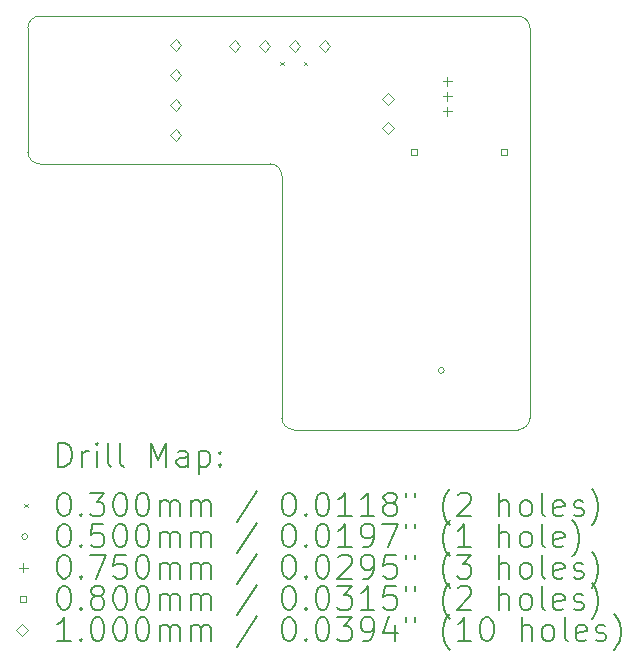
<source format=gbr>
%TF.GenerationSoftware,KiCad,Pcbnew,9.0.2*%
%TF.CreationDate,2025-08-29T11:08:50+00:00*%
%TF.ProjectId,AERIS-Nano Breakout Board,41455249-532d-44e6-916e-6f2042726561,rev?*%
%TF.SameCoordinates,Original*%
%TF.FileFunction,Drillmap*%
%TF.FilePolarity,Positive*%
%FSLAX45Y45*%
G04 Gerber Fmt 4.5, Leading zero omitted, Abs format (unit mm)*
G04 Created by KiCad (PCBNEW 9.0.2) date 2025-08-29 11:08:50*
%MOMM*%
%LPD*%
G01*
G04 APERTURE LIST*
%ADD10C,0.050000*%
%ADD11C,0.200000*%
%ADD12C,0.100000*%
G04 APERTURE END LIST*
D10*
X14700000Y-9150000D02*
G75*
G02*
X14800000Y-9050000I100000J0D01*
G01*
X18950000Y-12450000D02*
X18950000Y-9150000D01*
X16950000Y-12550000D02*
G75*
G02*
X16850000Y-12450000I0J100000D01*
G01*
X16750000Y-10300000D02*
X14800000Y-10300000D01*
X16950000Y-12550000D02*
X18850000Y-12550000D01*
X16750000Y-10300000D02*
G75*
G02*
X16850000Y-10400000I0J-100000D01*
G01*
X16850000Y-12450000D02*
X16850000Y-10400000D01*
X14800000Y-10300000D02*
G75*
G02*
X14700000Y-10200000I0J100000D01*
G01*
X18850000Y-9050000D02*
X14800000Y-9050000D01*
X18950000Y-12450000D02*
G75*
G02*
X18850000Y-12550000I-100000J0D01*
G01*
X14700000Y-9150000D02*
X14700000Y-10200000D01*
X18850000Y-9050000D02*
G75*
G02*
X18950000Y-9150000I0J-100000D01*
G01*
D11*
D12*
X16835000Y-9435000D02*
X16865000Y-9465000D01*
X16865000Y-9435000D02*
X16835000Y-9465000D01*
X17035000Y-9435000D02*
X17065000Y-9465000D01*
X17065000Y-9435000D02*
X17035000Y-9465000D01*
X18225000Y-12050000D02*
G75*
G02*
X18175000Y-12050000I-25000J0D01*
G01*
X18175000Y-12050000D02*
G75*
G02*
X18225000Y-12050000I25000J0D01*
G01*
X18250000Y-9562500D02*
X18250000Y-9637500D01*
X18212500Y-9600000D02*
X18287500Y-9600000D01*
X18250000Y-9689500D02*
X18250000Y-9764500D01*
X18212500Y-9727000D02*
X18287500Y-9727000D01*
X18250000Y-9816500D02*
X18250000Y-9891500D01*
X18212500Y-9854000D02*
X18287500Y-9854000D01*
X17997285Y-10228285D02*
X17997285Y-10171716D01*
X17940716Y-10171716D01*
X17940716Y-10228285D01*
X17997285Y-10228285D01*
X18759285Y-10228285D02*
X18759285Y-10171716D01*
X18702716Y-10171716D01*
X18702716Y-10228285D01*
X18759285Y-10228285D01*
X15950000Y-9342000D02*
X16000000Y-9292000D01*
X15950000Y-9242000D01*
X15900000Y-9292000D01*
X15950000Y-9342000D01*
X15950000Y-9596000D02*
X16000000Y-9546000D01*
X15950000Y-9496000D01*
X15900000Y-9546000D01*
X15950000Y-9596000D01*
X15950000Y-9850000D02*
X16000000Y-9800000D01*
X15950000Y-9750000D01*
X15900000Y-9800000D01*
X15950000Y-9850000D01*
X15950000Y-10104000D02*
X16000000Y-10054000D01*
X15950000Y-10004000D01*
X15900000Y-10054000D01*
X15950000Y-10104000D01*
X16450000Y-9350000D02*
X16500000Y-9300000D01*
X16450000Y-9250000D01*
X16400000Y-9300000D01*
X16450000Y-9350000D01*
X16704000Y-9350000D02*
X16754000Y-9300000D01*
X16704000Y-9250000D01*
X16654000Y-9300000D01*
X16704000Y-9350000D01*
X16958000Y-9350000D02*
X17008000Y-9300000D01*
X16958000Y-9250000D01*
X16908000Y-9300000D01*
X16958000Y-9350000D01*
X17212000Y-9350000D02*
X17262000Y-9300000D01*
X17212000Y-9250000D01*
X17162000Y-9300000D01*
X17212000Y-9350000D01*
X17750000Y-9800000D02*
X17800000Y-9750000D01*
X17750000Y-9700000D01*
X17700000Y-9750000D01*
X17750000Y-9800000D01*
X17750000Y-10050000D02*
X17800000Y-10000000D01*
X17750000Y-9950000D01*
X17700000Y-10000000D01*
X17750000Y-10050000D01*
D11*
X14958277Y-12863984D02*
X14958277Y-12663984D01*
X14958277Y-12663984D02*
X15005896Y-12663984D01*
X15005896Y-12663984D02*
X15034467Y-12673508D01*
X15034467Y-12673508D02*
X15053515Y-12692555D01*
X15053515Y-12692555D02*
X15063039Y-12711603D01*
X15063039Y-12711603D02*
X15072562Y-12749698D01*
X15072562Y-12749698D02*
X15072562Y-12778269D01*
X15072562Y-12778269D02*
X15063039Y-12816365D01*
X15063039Y-12816365D02*
X15053515Y-12835412D01*
X15053515Y-12835412D02*
X15034467Y-12854460D01*
X15034467Y-12854460D02*
X15005896Y-12863984D01*
X15005896Y-12863984D02*
X14958277Y-12863984D01*
X15158277Y-12863984D02*
X15158277Y-12730650D01*
X15158277Y-12768746D02*
X15167801Y-12749698D01*
X15167801Y-12749698D02*
X15177324Y-12740174D01*
X15177324Y-12740174D02*
X15196372Y-12730650D01*
X15196372Y-12730650D02*
X15215420Y-12730650D01*
X15282086Y-12863984D02*
X15282086Y-12730650D01*
X15282086Y-12663984D02*
X15272562Y-12673508D01*
X15272562Y-12673508D02*
X15282086Y-12683031D01*
X15282086Y-12683031D02*
X15291610Y-12673508D01*
X15291610Y-12673508D02*
X15282086Y-12663984D01*
X15282086Y-12663984D02*
X15282086Y-12683031D01*
X15405896Y-12863984D02*
X15386848Y-12854460D01*
X15386848Y-12854460D02*
X15377324Y-12835412D01*
X15377324Y-12835412D02*
X15377324Y-12663984D01*
X15510658Y-12863984D02*
X15491610Y-12854460D01*
X15491610Y-12854460D02*
X15482086Y-12835412D01*
X15482086Y-12835412D02*
X15482086Y-12663984D01*
X15739229Y-12863984D02*
X15739229Y-12663984D01*
X15739229Y-12663984D02*
X15805896Y-12806841D01*
X15805896Y-12806841D02*
X15872562Y-12663984D01*
X15872562Y-12663984D02*
X15872562Y-12863984D01*
X16053515Y-12863984D02*
X16053515Y-12759222D01*
X16053515Y-12759222D02*
X16043991Y-12740174D01*
X16043991Y-12740174D02*
X16024943Y-12730650D01*
X16024943Y-12730650D02*
X15986848Y-12730650D01*
X15986848Y-12730650D02*
X15967801Y-12740174D01*
X16053515Y-12854460D02*
X16034467Y-12863984D01*
X16034467Y-12863984D02*
X15986848Y-12863984D01*
X15986848Y-12863984D02*
X15967801Y-12854460D01*
X15967801Y-12854460D02*
X15958277Y-12835412D01*
X15958277Y-12835412D02*
X15958277Y-12816365D01*
X15958277Y-12816365D02*
X15967801Y-12797317D01*
X15967801Y-12797317D02*
X15986848Y-12787793D01*
X15986848Y-12787793D02*
X16034467Y-12787793D01*
X16034467Y-12787793D02*
X16053515Y-12778269D01*
X16148753Y-12730650D02*
X16148753Y-12930650D01*
X16148753Y-12740174D02*
X16167801Y-12730650D01*
X16167801Y-12730650D02*
X16205896Y-12730650D01*
X16205896Y-12730650D02*
X16224943Y-12740174D01*
X16224943Y-12740174D02*
X16234467Y-12749698D01*
X16234467Y-12749698D02*
X16243991Y-12768746D01*
X16243991Y-12768746D02*
X16243991Y-12825888D01*
X16243991Y-12825888D02*
X16234467Y-12844936D01*
X16234467Y-12844936D02*
X16224943Y-12854460D01*
X16224943Y-12854460D02*
X16205896Y-12863984D01*
X16205896Y-12863984D02*
X16167801Y-12863984D01*
X16167801Y-12863984D02*
X16148753Y-12854460D01*
X16329705Y-12844936D02*
X16339229Y-12854460D01*
X16339229Y-12854460D02*
X16329705Y-12863984D01*
X16329705Y-12863984D02*
X16320182Y-12854460D01*
X16320182Y-12854460D02*
X16329705Y-12844936D01*
X16329705Y-12844936D02*
X16329705Y-12863984D01*
X16329705Y-12740174D02*
X16339229Y-12749698D01*
X16339229Y-12749698D02*
X16329705Y-12759222D01*
X16329705Y-12759222D02*
X16320182Y-12749698D01*
X16320182Y-12749698D02*
X16329705Y-12740174D01*
X16329705Y-12740174D02*
X16329705Y-12759222D01*
D12*
X14667500Y-13177500D02*
X14697500Y-13207500D01*
X14697500Y-13177500D02*
X14667500Y-13207500D01*
D11*
X14996372Y-13083984D02*
X15015420Y-13083984D01*
X15015420Y-13083984D02*
X15034467Y-13093508D01*
X15034467Y-13093508D02*
X15043991Y-13103031D01*
X15043991Y-13103031D02*
X15053515Y-13122079D01*
X15053515Y-13122079D02*
X15063039Y-13160174D01*
X15063039Y-13160174D02*
X15063039Y-13207793D01*
X15063039Y-13207793D02*
X15053515Y-13245888D01*
X15053515Y-13245888D02*
X15043991Y-13264936D01*
X15043991Y-13264936D02*
X15034467Y-13274460D01*
X15034467Y-13274460D02*
X15015420Y-13283984D01*
X15015420Y-13283984D02*
X14996372Y-13283984D01*
X14996372Y-13283984D02*
X14977324Y-13274460D01*
X14977324Y-13274460D02*
X14967801Y-13264936D01*
X14967801Y-13264936D02*
X14958277Y-13245888D01*
X14958277Y-13245888D02*
X14948753Y-13207793D01*
X14948753Y-13207793D02*
X14948753Y-13160174D01*
X14948753Y-13160174D02*
X14958277Y-13122079D01*
X14958277Y-13122079D02*
X14967801Y-13103031D01*
X14967801Y-13103031D02*
X14977324Y-13093508D01*
X14977324Y-13093508D02*
X14996372Y-13083984D01*
X15148753Y-13264936D02*
X15158277Y-13274460D01*
X15158277Y-13274460D02*
X15148753Y-13283984D01*
X15148753Y-13283984D02*
X15139229Y-13274460D01*
X15139229Y-13274460D02*
X15148753Y-13264936D01*
X15148753Y-13264936D02*
X15148753Y-13283984D01*
X15224943Y-13083984D02*
X15348753Y-13083984D01*
X15348753Y-13083984D02*
X15282086Y-13160174D01*
X15282086Y-13160174D02*
X15310658Y-13160174D01*
X15310658Y-13160174D02*
X15329705Y-13169698D01*
X15329705Y-13169698D02*
X15339229Y-13179222D01*
X15339229Y-13179222D02*
X15348753Y-13198269D01*
X15348753Y-13198269D02*
X15348753Y-13245888D01*
X15348753Y-13245888D02*
X15339229Y-13264936D01*
X15339229Y-13264936D02*
X15329705Y-13274460D01*
X15329705Y-13274460D02*
X15310658Y-13283984D01*
X15310658Y-13283984D02*
X15253515Y-13283984D01*
X15253515Y-13283984D02*
X15234467Y-13274460D01*
X15234467Y-13274460D02*
X15224943Y-13264936D01*
X15472562Y-13083984D02*
X15491610Y-13083984D01*
X15491610Y-13083984D02*
X15510658Y-13093508D01*
X15510658Y-13093508D02*
X15520182Y-13103031D01*
X15520182Y-13103031D02*
X15529705Y-13122079D01*
X15529705Y-13122079D02*
X15539229Y-13160174D01*
X15539229Y-13160174D02*
X15539229Y-13207793D01*
X15539229Y-13207793D02*
X15529705Y-13245888D01*
X15529705Y-13245888D02*
X15520182Y-13264936D01*
X15520182Y-13264936D02*
X15510658Y-13274460D01*
X15510658Y-13274460D02*
X15491610Y-13283984D01*
X15491610Y-13283984D02*
X15472562Y-13283984D01*
X15472562Y-13283984D02*
X15453515Y-13274460D01*
X15453515Y-13274460D02*
X15443991Y-13264936D01*
X15443991Y-13264936D02*
X15434467Y-13245888D01*
X15434467Y-13245888D02*
X15424943Y-13207793D01*
X15424943Y-13207793D02*
X15424943Y-13160174D01*
X15424943Y-13160174D02*
X15434467Y-13122079D01*
X15434467Y-13122079D02*
X15443991Y-13103031D01*
X15443991Y-13103031D02*
X15453515Y-13093508D01*
X15453515Y-13093508D02*
X15472562Y-13083984D01*
X15663039Y-13083984D02*
X15682086Y-13083984D01*
X15682086Y-13083984D02*
X15701134Y-13093508D01*
X15701134Y-13093508D02*
X15710658Y-13103031D01*
X15710658Y-13103031D02*
X15720182Y-13122079D01*
X15720182Y-13122079D02*
X15729705Y-13160174D01*
X15729705Y-13160174D02*
X15729705Y-13207793D01*
X15729705Y-13207793D02*
X15720182Y-13245888D01*
X15720182Y-13245888D02*
X15710658Y-13264936D01*
X15710658Y-13264936D02*
X15701134Y-13274460D01*
X15701134Y-13274460D02*
X15682086Y-13283984D01*
X15682086Y-13283984D02*
X15663039Y-13283984D01*
X15663039Y-13283984D02*
X15643991Y-13274460D01*
X15643991Y-13274460D02*
X15634467Y-13264936D01*
X15634467Y-13264936D02*
X15624943Y-13245888D01*
X15624943Y-13245888D02*
X15615420Y-13207793D01*
X15615420Y-13207793D02*
X15615420Y-13160174D01*
X15615420Y-13160174D02*
X15624943Y-13122079D01*
X15624943Y-13122079D02*
X15634467Y-13103031D01*
X15634467Y-13103031D02*
X15643991Y-13093508D01*
X15643991Y-13093508D02*
X15663039Y-13083984D01*
X15815420Y-13283984D02*
X15815420Y-13150650D01*
X15815420Y-13169698D02*
X15824943Y-13160174D01*
X15824943Y-13160174D02*
X15843991Y-13150650D01*
X15843991Y-13150650D02*
X15872563Y-13150650D01*
X15872563Y-13150650D02*
X15891610Y-13160174D01*
X15891610Y-13160174D02*
X15901134Y-13179222D01*
X15901134Y-13179222D02*
X15901134Y-13283984D01*
X15901134Y-13179222D02*
X15910658Y-13160174D01*
X15910658Y-13160174D02*
X15929705Y-13150650D01*
X15929705Y-13150650D02*
X15958277Y-13150650D01*
X15958277Y-13150650D02*
X15977324Y-13160174D01*
X15977324Y-13160174D02*
X15986848Y-13179222D01*
X15986848Y-13179222D02*
X15986848Y-13283984D01*
X16082086Y-13283984D02*
X16082086Y-13150650D01*
X16082086Y-13169698D02*
X16091610Y-13160174D01*
X16091610Y-13160174D02*
X16110658Y-13150650D01*
X16110658Y-13150650D02*
X16139229Y-13150650D01*
X16139229Y-13150650D02*
X16158277Y-13160174D01*
X16158277Y-13160174D02*
X16167801Y-13179222D01*
X16167801Y-13179222D02*
X16167801Y-13283984D01*
X16167801Y-13179222D02*
X16177324Y-13160174D01*
X16177324Y-13160174D02*
X16196372Y-13150650D01*
X16196372Y-13150650D02*
X16224943Y-13150650D01*
X16224943Y-13150650D02*
X16243991Y-13160174D01*
X16243991Y-13160174D02*
X16253515Y-13179222D01*
X16253515Y-13179222D02*
X16253515Y-13283984D01*
X16643991Y-13074460D02*
X16472563Y-13331603D01*
X16901134Y-13083984D02*
X16920182Y-13083984D01*
X16920182Y-13083984D02*
X16939229Y-13093508D01*
X16939229Y-13093508D02*
X16948753Y-13103031D01*
X16948753Y-13103031D02*
X16958277Y-13122079D01*
X16958277Y-13122079D02*
X16967801Y-13160174D01*
X16967801Y-13160174D02*
X16967801Y-13207793D01*
X16967801Y-13207793D02*
X16958277Y-13245888D01*
X16958277Y-13245888D02*
X16948753Y-13264936D01*
X16948753Y-13264936D02*
X16939229Y-13274460D01*
X16939229Y-13274460D02*
X16920182Y-13283984D01*
X16920182Y-13283984D02*
X16901134Y-13283984D01*
X16901134Y-13283984D02*
X16882087Y-13274460D01*
X16882087Y-13274460D02*
X16872563Y-13264936D01*
X16872563Y-13264936D02*
X16863039Y-13245888D01*
X16863039Y-13245888D02*
X16853515Y-13207793D01*
X16853515Y-13207793D02*
X16853515Y-13160174D01*
X16853515Y-13160174D02*
X16863039Y-13122079D01*
X16863039Y-13122079D02*
X16872563Y-13103031D01*
X16872563Y-13103031D02*
X16882087Y-13093508D01*
X16882087Y-13093508D02*
X16901134Y-13083984D01*
X17053515Y-13264936D02*
X17063039Y-13274460D01*
X17063039Y-13274460D02*
X17053515Y-13283984D01*
X17053515Y-13283984D02*
X17043991Y-13274460D01*
X17043991Y-13274460D02*
X17053515Y-13264936D01*
X17053515Y-13264936D02*
X17053515Y-13283984D01*
X17186848Y-13083984D02*
X17205896Y-13083984D01*
X17205896Y-13083984D02*
X17224944Y-13093508D01*
X17224944Y-13093508D02*
X17234468Y-13103031D01*
X17234468Y-13103031D02*
X17243991Y-13122079D01*
X17243991Y-13122079D02*
X17253515Y-13160174D01*
X17253515Y-13160174D02*
X17253515Y-13207793D01*
X17253515Y-13207793D02*
X17243991Y-13245888D01*
X17243991Y-13245888D02*
X17234468Y-13264936D01*
X17234468Y-13264936D02*
X17224944Y-13274460D01*
X17224944Y-13274460D02*
X17205896Y-13283984D01*
X17205896Y-13283984D02*
X17186848Y-13283984D01*
X17186848Y-13283984D02*
X17167801Y-13274460D01*
X17167801Y-13274460D02*
X17158277Y-13264936D01*
X17158277Y-13264936D02*
X17148753Y-13245888D01*
X17148753Y-13245888D02*
X17139229Y-13207793D01*
X17139229Y-13207793D02*
X17139229Y-13160174D01*
X17139229Y-13160174D02*
X17148753Y-13122079D01*
X17148753Y-13122079D02*
X17158277Y-13103031D01*
X17158277Y-13103031D02*
X17167801Y-13093508D01*
X17167801Y-13093508D02*
X17186848Y-13083984D01*
X17443991Y-13283984D02*
X17329706Y-13283984D01*
X17386848Y-13283984D02*
X17386848Y-13083984D01*
X17386848Y-13083984D02*
X17367801Y-13112555D01*
X17367801Y-13112555D02*
X17348753Y-13131603D01*
X17348753Y-13131603D02*
X17329706Y-13141127D01*
X17634468Y-13283984D02*
X17520182Y-13283984D01*
X17577325Y-13283984D02*
X17577325Y-13083984D01*
X17577325Y-13083984D02*
X17558277Y-13112555D01*
X17558277Y-13112555D02*
X17539229Y-13131603D01*
X17539229Y-13131603D02*
X17520182Y-13141127D01*
X17748753Y-13169698D02*
X17729706Y-13160174D01*
X17729706Y-13160174D02*
X17720182Y-13150650D01*
X17720182Y-13150650D02*
X17710658Y-13131603D01*
X17710658Y-13131603D02*
X17710658Y-13122079D01*
X17710658Y-13122079D02*
X17720182Y-13103031D01*
X17720182Y-13103031D02*
X17729706Y-13093508D01*
X17729706Y-13093508D02*
X17748753Y-13083984D01*
X17748753Y-13083984D02*
X17786849Y-13083984D01*
X17786849Y-13083984D02*
X17805896Y-13093508D01*
X17805896Y-13093508D02*
X17815420Y-13103031D01*
X17815420Y-13103031D02*
X17824944Y-13122079D01*
X17824944Y-13122079D02*
X17824944Y-13131603D01*
X17824944Y-13131603D02*
X17815420Y-13150650D01*
X17815420Y-13150650D02*
X17805896Y-13160174D01*
X17805896Y-13160174D02*
X17786849Y-13169698D01*
X17786849Y-13169698D02*
X17748753Y-13169698D01*
X17748753Y-13169698D02*
X17729706Y-13179222D01*
X17729706Y-13179222D02*
X17720182Y-13188746D01*
X17720182Y-13188746D02*
X17710658Y-13207793D01*
X17710658Y-13207793D02*
X17710658Y-13245888D01*
X17710658Y-13245888D02*
X17720182Y-13264936D01*
X17720182Y-13264936D02*
X17729706Y-13274460D01*
X17729706Y-13274460D02*
X17748753Y-13283984D01*
X17748753Y-13283984D02*
X17786849Y-13283984D01*
X17786849Y-13283984D02*
X17805896Y-13274460D01*
X17805896Y-13274460D02*
X17815420Y-13264936D01*
X17815420Y-13264936D02*
X17824944Y-13245888D01*
X17824944Y-13245888D02*
X17824944Y-13207793D01*
X17824944Y-13207793D02*
X17815420Y-13188746D01*
X17815420Y-13188746D02*
X17805896Y-13179222D01*
X17805896Y-13179222D02*
X17786849Y-13169698D01*
X17901134Y-13083984D02*
X17901134Y-13122079D01*
X17977325Y-13083984D02*
X17977325Y-13122079D01*
X18272563Y-13360174D02*
X18263039Y-13350650D01*
X18263039Y-13350650D02*
X18243991Y-13322079D01*
X18243991Y-13322079D02*
X18234468Y-13303031D01*
X18234468Y-13303031D02*
X18224944Y-13274460D01*
X18224944Y-13274460D02*
X18215420Y-13226841D01*
X18215420Y-13226841D02*
X18215420Y-13188746D01*
X18215420Y-13188746D02*
X18224944Y-13141127D01*
X18224944Y-13141127D02*
X18234468Y-13112555D01*
X18234468Y-13112555D02*
X18243991Y-13093508D01*
X18243991Y-13093508D02*
X18263039Y-13064936D01*
X18263039Y-13064936D02*
X18272563Y-13055412D01*
X18339230Y-13103031D02*
X18348753Y-13093508D01*
X18348753Y-13093508D02*
X18367801Y-13083984D01*
X18367801Y-13083984D02*
X18415420Y-13083984D01*
X18415420Y-13083984D02*
X18434468Y-13093508D01*
X18434468Y-13093508D02*
X18443991Y-13103031D01*
X18443991Y-13103031D02*
X18453515Y-13122079D01*
X18453515Y-13122079D02*
X18453515Y-13141127D01*
X18453515Y-13141127D02*
X18443991Y-13169698D01*
X18443991Y-13169698D02*
X18329706Y-13283984D01*
X18329706Y-13283984D02*
X18453515Y-13283984D01*
X18691611Y-13283984D02*
X18691611Y-13083984D01*
X18777325Y-13283984D02*
X18777325Y-13179222D01*
X18777325Y-13179222D02*
X18767801Y-13160174D01*
X18767801Y-13160174D02*
X18748753Y-13150650D01*
X18748753Y-13150650D02*
X18720182Y-13150650D01*
X18720182Y-13150650D02*
X18701134Y-13160174D01*
X18701134Y-13160174D02*
X18691611Y-13169698D01*
X18901134Y-13283984D02*
X18882087Y-13274460D01*
X18882087Y-13274460D02*
X18872563Y-13264936D01*
X18872563Y-13264936D02*
X18863039Y-13245888D01*
X18863039Y-13245888D02*
X18863039Y-13188746D01*
X18863039Y-13188746D02*
X18872563Y-13169698D01*
X18872563Y-13169698D02*
X18882087Y-13160174D01*
X18882087Y-13160174D02*
X18901134Y-13150650D01*
X18901134Y-13150650D02*
X18929706Y-13150650D01*
X18929706Y-13150650D02*
X18948753Y-13160174D01*
X18948753Y-13160174D02*
X18958277Y-13169698D01*
X18958277Y-13169698D02*
X18967801Y-13188746D01*
X18967801Y-13188746D02*
X18967801Y-13245888D01*
X18967801Y-13245888D02*
X18958277Y-13264936D01*
X18958277Y-13264936D02*
X18948753Y-13274460D01*
X18948753Y-13274460D02*
X18929706Y-13283984D01*
X18929706Y-13283984D02*
X18901134Y-13283984D01*
X19082087Y-13283984D02*
X19063039Y-13274460D01*
X19063039Y-13274460D02*
X19053515Y-13255412D01*
X19053515Y-13255412D02*
X19053515Y-13083984D01*
X19234468Y-13274460D02*
X19215420Y-13283984D01*
X19215420Y-13283984D02*
X19177325Y-13283984D01*
X19177325Y-13283984D02*
X19158277Y-13274460D01*
X19158277Y-13274460D02*
X19148753Y-13255412D01*
X19148753Y-13255412D02*
X19148753Y-13179222D01*
X19148753Y-13179222D02*
X19158277Y-13160174D01*
X19158277Y-13160174D02*
X19177325Y-13150650D01*
X19177325Y-13150650D02*
X19215420Y-13150650D01*
X19215420Y-13150650D02*
X19234468Y-13160174D01*
X19234468Y-13160174D02*
X19243992Y-13179222D01*
X19243992Y-13179222D02*
X19243992Y-13198269D01*
X19243992Y-13198269D02*
X19148753Y-13217317D01*
X19320182Y-13274460D02*
X19339230Y-13283984D01*
X19339230Y-13283984D02*
X19377325Y-13283984D01*
X19377325Y-13283984D02*
X19396373Y-13274460D01*
X19396373Y-13274460D02*
X19405896Y-13255412D01*
X19405896Y-13255412D02*
X19405896Y-13245888D01*
X19405896Y-13245888D02*
X19396373Y-13226841D01*
X19396373Y-13226841D02*
X19377325Y-13217317D01*
X19377325Y-13217317D02*
X19348753Y-13217317D01*
X19348753Y-13217317D02*
X19329706Y-13207793D01*
X19329706Y-13207793D02*
X19320182Y-13188746D01*
X19320182Y-13188746D02*
X19320182Y-13179222D01*
X19320182Y-13179222D02*
X19329706Y-13160174D01*
X19329706Y-13160174D02*
X19348753Y-13150650D01*
X19348753Y-13150650D02*
X19377325Y-13150650D01*
X19377325Y-13150650D02*
X19396373Y-13160174D01*
X19472563Y-13360174D02*
X19482087Y-13350650D01*
X19482087Y-13350650D02*
X19501134Y-13322079D01*
X19501134Y-13322079D02*
X19510658Y-13303031D01*
X19510658Y-13303031D02*
X19520182Y-13274460D01*
X19520182Y-13274460D02*
X19529706Y-13226841D01*
X19529706Y-13226841D02*
X19529706Y-13188746D01*
X19529706Y-13188746D02*
X19520182Y-13141127D01*
X19520182Y-13141127D02*
X19510658Y-13112555D01*
X19510658Y-13112555D02*
X19501134Y-13093508D01*
X19501134Y-13093508D02*
X19482087Y-13064936D01*
X19482087Y-13064936D02*
X19472563Y-13055412D01*
D12*
X14697500Y-13456500D02*
G75*
G02*
X14647500Y-13456500I-25000J0D01*
G01*
X14647500Y-13456500D02*
G75*
G02*
X14697500Y-13456500I25000J0D01*
G01*
D11*
X14996372Y-13347984D02*
X15015420Y-13347984D01*
X15015420Y-13347984D02*
X15034467Y-13357508D01*
X15034467Y-13357508D02*
X15043991Y-13367031D01*
X15043991Y-13367031D02*
X15053515Y-13386079D01*
X15053515Y-13386079D02*
X15063039Y-13424174D01*
X15063039Y-13424174D02*
X15063039Y-13471793D01*
X15063039Y-13471793D02*
X15053515Y-13509888D01*
X15053515Y-13509888D02*
X15043991Y-13528936D01*
X15043991Y-13528936D02*
X15034467Y-13538460D01*
X15034467Y-13538460D02*
X15015420Y-13547984D01*
X15015420Y-13547984D02*
X14996372Y-13547984D01*
X14996372Y-13547984D02*
X14977324Y-13538460D01*
X14977324Y-13538460D02*
X14967801Y-13528936D01*
X14967801Y-13528936D02*
X14958277Y-13509888D01*
X14958277Y-13509888D02*
X14948753Y-13471793D01*
X14948753Y-13471793D02*
X14948753Y-13424174D01*
X14948753Y-13424174D02*
X14958277Y-13386079D01*
X14958277Y-13386079D02*
X14967801Y-13367031D01*
X14967801Y-13367031D02*
X14977324Y-13357508D01*
X14977324Y-13357508D02*
X14996372Y-13347984D01*
X15148753Y-13528936D02*
X15158277Y-13538460D01*
X15158277Y-13538460D02*
X15148753Y-13547984D01*
X15148753Y-13547984D02*
X15139229Y-13538460D01*
X15139229Y-13538460D02*
X15148753Y-13528936D01*
X15148753Y-13528936D02*
X15148753Y-13547984D01*
X15339229Y-13347984D02*
X15243991Y-13347984D01*
X15243991Y-13347984D02*
X15234467Y-13443222D01*
X15234467Y-13443222D02*
X15243991Y-13433698D01*
X15243991Y-13433698D02*
X15263039Y-13424174D01*
X15263039Y-13424174D02*
X15310658Y-13424174D01*
X15310658Y-13424174D02*
X15329705Y-13433698D01*
X15329705Y-13433698D02*
X15339229Y-13443222D01*
X15339229Y-13443222D02*
X15348753Y-13462269D01*
X15348753Y-13462269D02*
X15348753Y-13509888D01*
X15348753Y-13509888D02*
X15339229Y-13528936D01*
X15339229Y-13528936D02*
X15329705Y-13538460D01*
X15329705Y-13538460D02*
X15310658Y-13547984D01*
X15310658Y-13547984D02*
X15263039Y-13547984D01*
X15263039Y-13547984D02*
X15243991Y-13538460D01*
X15243991Y-13538460D02*
X15234467Y-13528936D01*
X15472562Y-13347984D02*
X15491610Y-13347984D01*
X15491610Y-13347984D02*
X15510658Y-13357508D01*
X15510658Y-13357508D02*
X15520182Y-13367031D01*
X15520182Y-13367031D02*
X15529705Y-13386079D01*
X15529705Y-13386079D02*
X15539229Y-13424174D01*
X15539229Y-13424174D02*
X15539229Y-13471793D01*
X15539229Y-13471793D02*
X15529705Y-13509888D01*
X15529705Y-13509888D02*
X15520182Y-13528936D01*
X15520182Y-13528936D02*
X15510658Y-13538460D01*
X15510658Y-13538460D02*
X15491610Y-13547984D01*
X15491610Y-13547984D02*
X15472562Y-13547984D01*
X15472562Y-13547984D02*
X15453515Y-13538460D01*
X15453515Y-13538460D02*
X15443991Y-13528936D01*
X15443991Y-13528936D02*
X15434467Y-13509888D01*
X15434467Y-13509888D02*
X15424943Y-13471793D01*
X15424943Y-13471793D02*
X15424943Y-13424174D01*
X15424943Y-13424174D02*
X15434467Y-13386079D01*
X15434467Y-13386079D02*
X15443991Y-13367031D01*
X15443991Y-13367031D02*
X15453515Y-13357508D01*
X15453515Y-13357508D02*
X15472562Y-13347984D01*
X15663039Y-13347984D02*
X15682086Y-13347984D01*
X15682086Y-13347984D02*
X15701134Y-13357508D01*
X15701134Y-13357508D02*
X15710658Y-13367031D01*
X15710658Y-13367031D02*
X15720182Y-13386079D01*
X15720182Y-13386079D02*
X15729705Y-13424174D01*
X15729705Y-13424174D02*
X15729705Y-13471793D01*
X15729705Y-13471793D02*
X15720182Y-13509888D01*
X15720182Y-13509888D02*
X15710658Y-13528936D01*
X15710658Y-13528936D02*
X15701134Y-13538460D01*
X15701134Y-13538460D02*
X15682086Y-13547984D01*
X15682086Y-13547984D02*
X15663039Y-13547984D01*
X15663039Y-13547984D02*
X15643991Y-13538460D01*
X15643991Y-13538460D02*
X15634467Y-13528936D01*
X15634467Y-13528936D02*
X15624943Y-13509888D01*
X15624943Y-13509888D02*
X15615420Y-13471793D01*
X15615420Y-13471793D02*
X15615420Y-13424174D01*
X15615420Y-13424174D02*
X15624943Y-13386079D01*
X15624943Y-13386079D02*
X15634467Y-13367031D01*
X15634467Y-13367031D02*
X15643991Y-13357508D01*
X15643991Y-13357508D02*
X15663039Y-13347984D01*
X15815420Y-13547984D02*
X15815420Y-13414650D01*
X15815420Y-13433698D02*
X15824943Y-13424174D01*
X15824943Y-13424174D02*
X15843991Y-13414650D01*
X15843991Y-13414650D02*
X15872563Y-13414650D01*
X15872563Y-13414650D02*
X15891610Y-13424174D01*
X15891610Y-13424174D02*
X15901134Y-13443222D01*
X15901134Y-13443222D02*
X15901134Y-13547984D01*
X15901134Y-13443222D02*
X15910658Y-13424174D01*
X15910658Y-13424174D02*
X15929705Y-13414650D01*
X15929705Y-13414650D02*
X15958277Y-13414650D01*
X15958277Y-13414650D02*
X15977324Y-13424174D01*
X15977324Y-13424174D02*
X15986848Y-13443222D01*
X15986848Y-13443222D02*
X15986848Y-13547984D01*
X16082086Y-13547984D02*
X16082086Y-13414650D01*
X16082086Y-13433698D02*
X16091610Y-13424174D01*
X16091610Y-13424174D02*
X16110658Y-13414650D01*
X16110658Y-13414650D02*
X16139229Y-13414650D01*
X16139229Y-13414650D02*
X16158277Y-13424174D01*
X16158277Y-13424174D02*
X16167801Y-13443222D01*
X16167801Y-13443222D02*
X16167801Y-13547984D01*
X16167801Y-13443222D02*
X16177324Y-13424174D01*
X16177324Y-13424174D02*
X16196372Y-13414650D01*
X16196372Y-13414650D02*
X16224943Y-13414650D01*
X16224943Y-13414650D02*
X16243991Y-13424174D01*
X16243991Y-13424174D02*
X16253515Y-13443222D01*
X16253515Y-13443222D02*
X16253515Y-13547984D01*
X16643991Y-13338460D02*
X16472563Y-13595603D01*
X16901134Y-13347984D02*
X16920182Y-13347984D01*
X16920182Y-13347984D02*
X16939229Y-13357508D01*
X16939229Y-13357508D02*
X16948753Y-13367031D01*
X16948753Y-13367031D02*
X16958277Y-13386079D01*
X16958277Y-13386079D02*
X16967801Y-13424174D01*
X16967801Y-13424174D02*
X16967801Y-13471793D01*
X16967801Y-13471793D02*
X16958277Y-13509888D01*
X16958277Y-13509888D02*
X16948753Y-13528936D01*
X16948753Y-13528936D02*
X16939229Y-13538460D01*
X16939229Y-13538460D02*
X16920182Y-13547984D01*
X16920182Y-13547984D02*
X16901134Y-13547984D01*
X16901134Y-13547984D02*
X16882087Y-13538460D01*
X16882087Y-13538460D02*
X16872563Y-13528936D01*
X16872563Y-13528936D02*
X16863039Y-13509888D01*
X16863039Y-13509888D02*
X16853515Y-13471793D01*
X16853515Y-13471793D02*
X16853515Y-13424174D01*
X16853515Y-13424174D02*
X16863039Y-13386079D01*
X16863039Y-13386079D02*
X16872563Y-13367031D01*
X16872563Y-13367031D02*
X16882087Y-13357508D01*
X16882087Y-13357508D02*
X16901134Y-13347984D01*
X17053515Y-13528936D02*
X17063039Y-13538460D01*
X17063039Y-13538460D02*
X17053515Y-13547984D01*
X17053515Y-13547984D02*
X17043991Y-13538460D01*
X17043991Y-13538460D02*
X17053515Y-13528936D01*
X17053515Y-13528936D02*
X17053515Y-13547984D01*
X17186848Y-13347984D02*
X17205896Y-13347984D01*
X17205896Y-13347984D02*
X17224944Y-13357508D01*
X17224944Y-13357508D02*
X17234468Y-13367031D01*
X17234468Y-13367031D02*
X17243991Y-13386079D01*
X17243991Y-13386079D02*
X17253515Y-13424174D01*
X17253515Y-13424174D02*
X17253515Y-13471793D01*
X17253515Y-13471793D02*
X17243991Y-13509888D01*
X17243991Y-13509888D02*
X17234468Y-13528936D01*
X17234468Y-13528936D02*
X17224944Y-13538460D01*
X17224944Y-13538460D02*
X17205896Y-13547984D01*
X17205896Y-13547984D02*
X17186848Y-13547984D01*
X17186848Y-13547984D02*
X17167801Y-13538460D01*
X17167801Y-13538460D02*
X17158277Y-13528936D01*
X17158277Y-13528936D02*
X17148753Y-13509888D01*
X17148753Y-13509888D02*
X17139229Y-13471793D01*
X17139229Y-13471793D02*
X17139229Y-13424174D01*
X17139229Y-13424174D02*
X17148753Y-13386079D01*
X17148753Y-13386079D02*
X17158277Y-13367031D01*
X17158277Y-13367031D02*
X17167801Y-13357508D01*
X17167801Y-13357508D02*
X17186848Y-13347984D01*
X17443991Y-13547984D02*
X17329706Y-13547984D01*
X17386848Y-13547984D02*
X17386848Y-13347984D01*
X17386848Y-13347984D02*
X17367801Y-13376555D01*
X17367801Y-13376555D02*
X17348753Y-13395603D01*
X17348753Y-13395603D02*
X17329706Y-13405127D01*
X17539229Y-13547984D02*
X17577325Y-13547984D01*
X17577325Y-13547984D02*
X17596372Y-13538460D01*
X17596372Y-13538460D02*
X17605896Y-13528936D01*
X17605896Y-13528936D02*
X17624944Y-13500365D01*
X17624944Y-13500365D02*
X17634468Y-13462269D01*
X17634468Y-13462269D02*
X17634468Y-13386079D01*
X17634468Y-13386079D02*
X17624944Y-13367031D01*
X17624944Y-13367031D02*
X17615420Y-13357508D01*
X17615420Y-13357508D02*
X17596372Y-13347984D01*
X17596372Y-13347984D02*
X17558277Y-13347984D01*
X17558277Y-13347984D02*
X17539229Y-13357508D01*
X17539229Y-13357508D02*
X17529706Y-13367031D01*
X17529706Y-13367031D02*
X17520182Y-13386079D01*
X17520182Y-13386079D02*
X17520182Y-13433698D01*
X17520182Y-13433698D02*
X17529706Y-13452746D01*
X17529706Y-13452746D02*
X17539229Y-13462269D01*
X17539229Y-13462269D02*
X17558277Y-13471793D01*
X17558277Y-13471793D02*
X17596372Y-13471793D01*
X17596372Y-13471793D02*
X17615420Y-13462269D01*
X17615420Y-13462269D02*
X17624944Y-13452746D01*
X17624944Y-13452746D02*
X17634468Y-13433698D01*
X17701134Y-13347984D02*
X17834468Y-13347984D01*
X17834468Y-13347984D02*
X17748753Y-13547984D01*
X17901134Y-13347984D02*
X17901134Y-13386079D01*
X17977325Y-13347984D02*
X17977325Y-13386079D01*
X18272563Y-13624174D02*
X18263039Y-13614650D01*
X18263039Y-13614650D02*
X18243991Y-13586079D01*
X18243991Y-13586079D02*
X18234468Y-13567031D01*
X18234468Y-13567031D02*
X18224944Y-13538460D01*
X18224944Y-13538460D02*
X18215420Y-13490841D01*
X18215420Y-13490841D02*
X18215420Y-13452746D01*
X18215420Y-13452746D02*
X18224944Y-13405127D01*
X18224944Y-13405127D02*
X18234468Y-13376555D01*
X18234468Y-13376555D02*
X18243991Y-13357508D01*
X18243991Y-13357508D02*
X18263039Y-13328936D01*
X18263039Y-13328936D02*
X18272563Y-13319412D01*
X18453515Y-13547984D02*
X18339230Y-13547984D01*
X18396372Y-13547984D02*
X18396372Y-13347984D01*
X18396372Y-13347984D02*
X18377325Y-13376555D01*
X18377325Y-13376555D02*
X18358277Y-13395603D01*
X18358277Y-13395603D02*
X18339230Y-13405127D01*
X18691611Y-13547984D02*
X18691611Y-13347984D01*
X18777325Y-13547984D02*
X18777325Y-13443222D01*
X18777325Y-13443222D02*
X18767801Y-13424174D01*
X18767801Y-13424174D02*
X18748753Y-13414650D01*
X18748753Y-13414650D02*
X18720182Y-13414650D01*
X18720182Y-13414650D02*
X18701134Y-13424174D01*
X18701134Y-13424174D02*
X18691611Y-13433698D01*
X18901134Y-13547984D02*
X18882087Y-13538460D01*
X18882087Y-13538460D02*
X18872563Y-13528936D01*
X18872563Y-13528936D02*
X18863039Y-13509888D01*
X18863039Y-13509888D02*
X18863039Y-13452746D01*
X18863039Y-13452746D02*
X18872563Y-13433698D01*
X18872563Y-13433698D02*
X18882087Y-13424174D01*
X18882087Y-13424174D02*
X18901134Y-13414650D01*
X18901134Y-13414650D02*
X18929706Y-13414650D01*
X18929706Y-13414650D02*
X18948753Y-13424174D01*
X18948753Y-13424174D02*
X18958277Y-13433698D01*
X18958277Y-13433698D02*
X18967801Y-13452746D01*
X18967801Y-13452746D02*
X18967801Y-13509888D01*
X18967801Y-13509888D02*
X18958277Y-13528936D01*
X18958277Y-13528936D02*
X18948753Y-13538460D01*
X18948753Y-13538460D02*
X18929706Y-13547984D01*
X18929706Y-13547984D02*
X18901134Y-13547984D01*
X19082087Y-13547984D02*
X19063039Y-13538460D01*
X19063039Y-13538460D02*
X19053515Y-13519412D01*
X19053515Y-13519412D02*
X19053515Y-13347984D01*
X19234468Y-13538460D02*
X19215420Y-13547984D01*
X19215420Y-13547984D02*
X19177325Y-13547984D01*
X19177325Y-13547984D02*
X19158277Y-13538460D01*
X19158277Y-13538460D02*
X19148753Y-13519412D01*
X19148753Y-13519412D02*
X19148753Y-13443222D01*
X19148753Y-13443222D02*
X19158277Y-13424174D01*
X19158277Y-13424174D02*
X19177325Y-13414650D01*
X19177325Y-13414650D02*
X19215420Y-13414650D01*
X19215420Y-13414650D02*
X19234468Y-13424174D01*
X19234468Y-13424174D02*
X19243992Y-13443222D01*
X19243992Y-13443222D02*
X19243992Y-13462269D01*
X19243992Y-13462269D02*
X19148753Y-13481317D01*
X19310658Y-13624174D02*
X19320182Y-13614650D01*
X19320182Y-13614650D02*
X19339230Y-13586079D01*
X19339230Y-13586079D02*
X19348753Y-13567031D01*
X19348753Y-13567031D02*
X19358277Y-13538460D01*
X19358277Y-13538460D02*
X19367801Y-13490841D01*
X19367801Y-13490841D02*
X19367801Y-13452746D01*
X19367801Y-13452746D02*
X19358277Y-13405127D01*
X19358277Y-13405127D02*
X19348753Y-13376555D01*
X19348753Y-13376555D02*
X19339230Y-13357508D01*
X19339230Y-13357508D02*
X19320182Y-13328936D01*
X19320182Y-13328936D02*
X19310658Y-13319412D01*
D12*
X14660000Y-13683000D02*
X14660000Y-13758000D01*
X14622500Y-13720500D02*
X14697500Y-13720500D01*
D11*
X14996372Y-13611984D02*
X15015420Y-13611984D01*
X15015420Y-13611984D02*
X15034467Y-13621508D01*
X15034467Y-13621508D02*
X15043991Y-13631031D01*
X15043991Y-13631031D02*
X15053515Y-13650079D01*
X15053515Y-13650079D02*
X15063039Y-13688174D01*
X15063039Y-13688174D02*
X15063039Y-13735793D01*
X15063039Y-13735793D02*
X15053515Y-13773888D01*
X15053515Y-13773888D02*
X15043991Y-13792936D01*
X15043991Y-13792936D02*
X15034467Y-13802460D01*
X15034467Y-13802460D02*
X15015420Y-13811984D01*
X15015420Y-13811984D02*
X14996372Y-13811984D01*
X14996372Y-13811984D02*
X14977324Y-13802460D01*
X14977324Y-13802460D02*
X14967801Y-13792936D01*
X14967801Y-13792936D02*
X14958277Y-13773888D01*
X14958277Y-13773888D02*
X14948753Y-13735793D01*
X14948753Y-13735793D02*
X14948753Y-13688174D01*
X14948753Y-13688174D02*
X14958277Y-13650079D01*
X14958277Y-13650079D02*
X14967801Y-13631031D01*
X14967801Y-13631031D02*
X14977324Y-13621508D01*
X14977324Y-13621508D02*
X14996372Y-13611984D01*
X15148753Y-13792936D02*
X15158277Y-13802460D01*
X15158277Y-13802460D02*
X15148753Y-13811984D01*
X15148753Y-13811984D02*
X15139229Y-13802460D01*
X15139229Y-13802460D02*
X15148753Y-13792936D01*
X15148753Y-13792936D02*
X15148753Y-13811984D01*
X15224943Y-13611984D02*
X15358277Y-13611984D01*
X15358277Y-13611984D02*
X15272562Y-13811984D01*
X15529705Y-13611984D02*
X15434467Y-13611984D01*
X15434467Y-13611984D02*
X15424943Y-13707222D01*
X15424943Y-13707222D02*
X15434467Y-13697698D01*
X15434467Y-13697698D02*
X15453515Y-13688174D01*
X15453515Y-13688174D02*
X15501134Y-13688174D01*
X15501134Y-13688174D02*
X15520182Y-13697698D01*
X15520182Y-13697698D02*
X15529705Y-13707222D01*
X15529705Y-13707222D02*
X15539229Y-13726269D01*
X15539229Y-13726269D02*
X15539229Y-13773888D01*
X15539229Y-13773888D02*
X15529705Y-13792936D01*
X15529705Y-13792936D02*
X15520182Y-13802460D01*
X15520182Y-13802460D02*
X15501134Y-13811984D01*
X15501134Y-13811984D02*
X15453515Y-13811984D01*
X15453515Y-13811984D02*
X15434467Y-13802460D01*
X15434467Y-13802460D02*
X15424943Y-13792936D01*
X15663039Y-13611984D02*
X15682086Y-13611984D01*
X15682086Y-13611984D02*
X15701134Y-13621508D01*
X15701134Y-13621508D02*
X15710658Y-13631031D01*
X15710658Y-13631031D02*
X15720182Y-13650079D01*
X15720182Y-13650079D02*
X15729705Y-13688174D01*
X15729705Y-13688174D02*
X15729705Y-13735793D01*
X15729705Y-13735793D02*
X15720182Y-13773888D01*
X15720182Y-13773888D02*
X15710658Y-13792936D01*
X15710658Y-13792936D02*
X15701134Y-13802460D01*
X15701134Y-13802460D02*
X15682086Y-13811984D01*
X15682086Y-13811984D02*
X15663039Y-13811984D01*
X15663039Y-13811984D02*
X15643991Y-13802460D01*
X15643991Y-13802460D02*
X15634467Y-13792936D01*
X15634467Y-13792936D02*
X15624943Y-13773888D01*
X15624943Y-13773888D02*
X15615420Y-13735793D01*
X15615420Y-13735793D02*
X15615420Y-13688174D01*
X15615420Y-13688174D02*
X15624943Y-13650079D01*
X15624943Y-13650079D02*
X15634467Y-13631031D01*
X15634467Y-13631031D02*
X15643991Y-13621508D01*
X15643991Y-13621508D02*
X15663039Y-13611984D01*
X15815420Y-13811984D02*
X15815420Y-13678650D01*
X15815420Y-13697698D02*
X15824943Y-13688174D01*
X15824943Y-13688174D02*
X15843991Y-13678650D01*
X15843991Y-13678650D02*
X15872563Y-13678650D01*
X15872563Y-13678650D02*
X15891610Y-13688174D01*
X15891610Y-13688174D02*
X15901134Y-13707222D01*
X15901134Y-13707222D02*
X15901134Y-13811984D01*
X15901134Y-13707222D02*
X15910658Y-13688174D01*
X15910658Y-13688174D02*
X15929705Y-13678650D01*
X15929705Y-13678650D02*
X15958277Y-13678650D01*
X15958277Y-13678650D02*
X15977324Y-13688174D01*
X15977324Y-13688174D02*
X15986848Y-13707222D01*
X15986848Y-13707222D02*
X15986848Y-13811984D01*
X16082086Y-13811984D02*
X16082086Y-13678650D01*
X16082086Y-13697698D02*
X16091610Y-13688174D01*
X16091610Y-13688174D02*
X16110658Y-13678650D01*
X16110658Y-13678650D02*
X16139229Y-13678650D01*
X16139229Y-13678650D02*
X16158277Y-13688174D01*
X16158277Y-13688174D02*
X16167801Y-13707222D01*
X16167801Y-13707222D02*
X16167801Y-13811984D01*
X16167801Y-13707222D02*
X16177324Y-13688174D01*
X16177324Y-13688174D02*
X16196372Y-13678650D01*
X16196372Y-13678650D02*
X16224943Y-13678650D01*
X16224943Y-13678650D02*
X16243991Y-13688174D01*
X16243991Y-13688174D02*
X16253515Y-13707222D01*
X16253515Y-13707222D02*
X16253515Y-13811984D01*
X16643991Y-13602460D02*
X16472563Y-13859603D01*
X16901134Y-13611984D02*
X16920182Y-13611984D01*
X16920182Y-13611984D02*
X16939229Y-13621508D01*
X16939229Y-13621508D02*
X16948753Y-13631031D01*
X16948753Y-13631031D02*
X16958277Y-13650079D01*
X16958277Y-13650079D02*
X16967801Y-13688174D01*
X16967801Y-13688174D02*
X16967801Y-13735793D01*
X16967801Y-13735793D02*
X16958277Y-13773888D01*
X16958277Y-13773888D02*
X16948753Y-13792936D01*
X16948753Y-13792936D02*
X16939229Y-13802460D01*
X16939229Y-13802460D02*
X16920182Y-13811984D01*
X16920182Y-13811984D02*
X16901134Y-13811984D01*
X16901134Y-13811984D02*
X16882087Y-13802460D01*
X16882087Y-13802460D02*
X16872563Y-13792936D01*
X16872563Y-13792936D02*
X16863039Y-13773888D01*
X16863039Y-13773888D02*
X16853515Y-13735793D01*
X16853515Y-13735793D02*
X16853515Y-13688174D01*
X16853515Y-13688174D02*
X16863039Y-13650079D01*
X16863039Y-13650079D02*
X16872563Y-13631031D01*
X16872563Y-13631031D02*
X16882087Y-13621508D01*
X16882087Y-13621508D02*
X16901134Y-13611984D01*
X17053515Y-13792936D02*
X17063039Y-13802460D01*
X17063039Y-13802460D02*
X17053515Y-13811984D01*
X17053515Y-13811984D02*
X17043991Y-13802460D01*
X17043991Y-13802460D02*
X17053515Y-13792936D01*
X17053515Y-13792936D02*
X17053515Y-13811984D01*
X17186848Y-13611984D02*
X17205896Y-13611984D01*
X17205896Y-13611984D02*
X17224944Y-13621508D01*
X17224944Y-13621508D02*
X17234468Y-13631031D01*
X17234468Y-13631031D02*
X17243991Y-13650079D01*
X17243991Y-13650079D02*
X17253515Y-13688174D01*
X17253515Y-13688174D02*
X17253515Y-13735793D01*
X17253515Y-13735793D02*
X17243991Y-13773888D01*
X17243991Y-13773888D02*
X17234468Y-13792936D01*
X17234468Y-13792936D02*
X17224944Y-13802460D01*
X17224944Y-13802460D02*
X17205896Y-13811984D01*
X17205896Y-13811984D02*
X17186848Y-13811984D01*
X17186848Y-13811984D02*
X17167801Y-13802460D01*
X17167801Y-13802460D02*
X17158277Y-13792936D01*
X17158277Y-13792936D02*
X17148753Y-13773888D01*
X17148753Y-13773888D02*
X17139229Y-13735793D01*
X17139229Y-13735793D02*
X17139229Y-13688174D01*
X17139229Y-13688174D02*
X17148753Y-13650079D01*
X17148753Y-13650079D02*
X17158277Y-13631031D01*
X17158277Y-13631031D02*
X17167801Y-13621508D01*
X17167801Y-13621508D02*
X17186848Y-13611984D01*
X17329706Y-13631031D02*
X17339229Y-13621508D01*
X17339229Y-13621508D02*
X17358277Y-13611984D01*
X17358277Y-13611984D02*
X17405896Y-13611984D01*
X17405896Y-13611984D02*
X17424944Y-13621508D01*
X17424944Y-13621508D02*
X17434468Y-13631031D01*
X17434468Y-13631031D02*
X17443991Y-13650079D01*
X17443991Y-13650079D02*
X17443991Y-13669127D01*
X17443991Y-13669127D02*
X17434468Y-13697698D01*
X17434468Y-13697698D02*
X17320182Y-13811984D01*
X17320182Y-13811984D02*
X17443991Y-13811984D01*
X17539229Y-13811984D02*
X17577325Y-13811984D01*
X17577325Y-13811984D02*
X17596372Y-13802460D01*
X17596372Y-13802460D02*
X17605896Y-13792936D01*
X17605896Y-13792936D02*
X17624944Y-13764365D01*
X17624944Y-13764365D02*
X17634468Y-13726269D01*
X17634468Y-13726269D02*
X17634468Y-13650079D01*
X17634468Y-13650079D02*
X17624944Y-13631031D01*
X17624944Y-13631031D02*
X17615420Y-13621508D01*
X17615420Y-13621508D02*
X17596372Y-13611984D01*
X17596372Y-13611984D02*
X17558277Y-13611984D01*
X17558277Y-13611984D02*
X17539229Y-13621508D01*
X17539229Y-13621508D02*
X17529706Y-13631031D01*
X17529706Y-13631031D02*
X17520182Y-13650079D01*
X17520182Y-13650079D02*
X17520182Y-13697698D01*
X17520182Y-13697698D02*
X17529706Y-13716746D01*
X17529706Y-13716746D02*
X17539229Y-13726269D01*
X17539229Y-13726269D02*
X17558277Y-13735793D01*
X17558277Y-13735793D02*
X17596372Y-13735793D01*
X17596372Y-13735793D02*
X17615420Y-13726269D01*
X17615420Y-13726269D02*
X17624944Y-13716746D01*
X17624944Y-13716746D02*
X17634468Y-13697698D01*
X17815420Y-13611984D02*
X17720182Y-13611984D01*
X17720182Y-13611984D02*
X17710658Y-13707222D01*
X17710658Y-13707222D02*
X17720182Y-13697698D01*
X17720182Y-13697698D02*
X17739229Y-13688174D01*
X17739229Y-13688174D02*
X17786849Y-13688174D01*
X17786849Y-13688174D02*
X17805896Y-13697698D01*
X17805896Y-13697698D02*
X17815420Y-13707222D01*
X17815420Y-13707222D02*
X17824944Y-13726269D01*
X17824944Y-13726269D02*
X17824944Y-13773888D01*
X17824944Y-13773888D02*
X17815420Y-13792936D01*
X17815420Y-13792936D02*
X17805896Y-13802460D01*
X17805896Y-13802460D02*
X17786849Y-13811984D01*
X17786849Y-13811984D02*
X17739229Y-13811984D01*
X17739229Y-13811984D02*
X17720182Y-13802460D01*
X17720182Y-13802460D02*
X17710658Y-13792936D01*
X17901134Y-13611984D02*
X17901134Y-13650079D01*
X17977325Y-13611984D02*
X17977325Y-13650079D01*
X18272563Y-13888174D02*
X18263039Y-13878650D01*
X18263039Y-13878650D02*
X18243991Y-13850079D01*
X18243991Y-13850079D02*
X18234468Y-13831031D01*
X18234468Y-13831031D02*
X18224944Y-13802460D01*
X18224944Y-13802460D02*
X18215420Y-13754841D01*
X18215420Y-13754841D02*
X18215420Y-13716746D01*
X18215420Y-13716746D02*
X18224944Y-13669127D01*
X18224944Y-13669127D02*
X18234468Y-13640555D01*
X18234468Y-13640555D02*
X18243991Y-13621508D01*
X18243991Y-13621508D02*
X18263039Y-13592936D01*
X18263039Y-13592936D02*
X18272563Y-13583412D01*
X18329706Y-13611984D02*
X18453515Y-13611984D01*
X18453515Y-13611984D02*
X18386849Y-13688174D01*
X18386849Y-13688174D02*
X18415420Y-13688174D01*
X18415420Y-13688174D02*
X18434468Y-13697698D01*
X18434468Y-13697698D02*
X18443991Y-13707222D01*
X18443991Y-13707222D02*
X18453515Y-13726269D01*
X18453515Y-13726269D02*
X18453515Y-13773888D01*
X18453515Y-13773888D02*
X18443991Y-13792936D01*
X18443991Y-13792936D02*
X18434468Y-13802460D01*
X18434468Y-13802460D02*
X18415420Y-13811984D01*
X18415420Y-13811984D02*
X18358277Y-13811984D01*
X18358277Y-13811984D02*
X18339230Y-13802460D01*
X18339230Y-13802460D02*
X18329706Y-13792936D01*
X18691611Y-13811984D02*
X18691611Y-13611984D01*
X18777325Y-13811984D02*
X18777325Y-13707222D01*
X18777325Y-13707222D02*
X18767801Y-13688174D01*
X18767801Y-13688174D02*
X18748753Y-13678650D01*
X18748753Y-13678650D02*
X18720182Y-13678650D01*
X18720182Y-13678650D02*
X18701134Y-13688174D01*
X18701134Y-13688174D02*
X18691611Y-13697698D01*
X18901134Y-13811984D02*
X18882087Y-13802460D01*
X18882087Y-13802460D02*
X18872563Y-13792936D01*
X18872563Y-13792936D02*
X18863039Y-13773888D01*
X18863039Y-13773888D02*
X18863039Y-13716746D01*
X18863039Y-13716746D02*
X18872563Y-13697698D01*
X18872563Y-13697698D02*
X18882087Y-13688174D01*
X18882087Y-13688174D02*
X18901134Y-13678650D01*
X18901134Y-13678650D02*
X18929706Y-13678650D01*
X18929706Y-13678650D02*
X18948753Y-13688174D01*
X18948753Y-13688174D02*
X18958277Y-13697698D01*
X18958277Y-13697698D02*
X18967801Y-13716746D01*
X18967801Y-13716746D02*
X18967801Y-13773888D01*
X18967801Y-13773888D02*
X18958277Y-13792936D01*
X18958277Y-13792936D02*
X18948753Y-13802460D01*
X18948753Y-13802460D02*
X18929706Y-13811984D01*
X18929706Y-13811984D02*
X18901134Y-13811984D01*
X19082087Y-13811984D02*
X19063039Y-13802460D01*
X19063039Y-13802460D02*
X19053515Y-13783412D01*
X19053515Y-13783412D02*
X19053515Y-13611984D01*
X19234468Y-13802460D02*
X19215420Y-13811984D01*
X19215420Y-13811984D02*
X19177325Y-13811984D01*
X19177325Y-13811984D02*
X19158277Y-13802460D01*
X19158277Y-13802460D02*
X19148753Y-13783412D01*
X19148753Y-13783412D02*
X19148753Y-13707222D01*
X19148753Y-13707222D02*
X19158277Y-13688174D01*
X19158277Y-13688174D02*
X19177325Y-13678650D01*
X19177325Y-13678650D02*
X19215420Y-13678650D01*
X19215420Y-13678650D02*
X19234468Y-13688174D01*
X19234468Y-13688174D02*
X19243992Y-13707222D01*
X19243992Y-13707222D02*
X19243992Y-13726269D01*
X19243992Y-13726269D02*
X19148753Y-13745317D01*
X19320182Y-13802460D02*
X19339230Y-13811984D01*
X19339230Y-13811984D02*
X19377325Y-13811984D01*
X19377325Y-13811984D02*
X19396373Y-13802460D01*
X19396373Y-13802460D02*
X19405896Y-13783412D01*
X19405896Y-13783412D02*
X19405896Y-13773888D01*
X19405896Y-13773888D02*
X19396373Y-13754841D01*
X19396373Y-13754841D02*
X19377325Y-13745317D01*
X19377325Y-13745317D02*
X19348753Y-13745317D01*
X19348753Y-13745317D02*
X19329706Y-13735793D01*
X19329706Y-13735793D02*
X19320182Y-13716746D01*
X19320182Y-13716746D02*
X19320182Y-13707222D01*
X19320182Y-13707222D02*
X19329706Y-13688174D01*
X19329706Y-13688174D02*
X19348753Y-13678650D01*
X19348753Y-13678650D02*
X19377325Y-13678650D01*
X19377325Y-13678650D02*
X19396373Y-13688174D01*
X19472563Y-13888174D02*
X19482087Y-13878650D01*
X19482087Y-13878650D02*
X19501134Y-13850079D01*
X19501134Y-13850079D02*
X19510658Y-13831031D01*
X19510658Y-13831031D02*
X19520182Y-13802460D01*
X19520182Y-13802460D02*
X19529706Y-13754841D01*
X19529706Y-13754841D02*
X19529706Y-13716746D01*
X19529706Y-13716746D02*
X19520182Y-13669127D01*
X19520182Y-13669127D02*
X19510658Y-13640555D01*
X19510658Y-13640555D02*
X19501134Y-13621508D01*
X19501134Y-13621508D02*
X19482087Y-13592936D01*
X19482087Y-13592936D02*
X19472563Y-13583412D01*
D12*
X14685784Y-14012784D02*
X14685784Y-13956215D01*
X14629215Y-13956215D01*
X14629215Y-14012784D01*
X14685784Y-14012784D01*
D11*
X14996372Y-13875984D02*
X15015420Y-13875984D01*
X15015420Y-13875984D02*
X15034467Y-13885508D01*
X15034467Y-13885508D02*
X15043991Y-13895031D01*
X15043991Y-13895031D02*
X15053515Y-13914079D01*
X15053515Y-13914079D02*
X15063039Y-13952174D01*
X15063039Y-13952174D02*
X15063039Y-13999793D01*
X15063039Y-13999793D02*
X15053515Y-14037888D01*
X15053515Y-14037888D02*
X15043991Y-14056936D01*
X15043991Y-14056936D02*
X15034467Y-14066460D01*
X15034467Y-14066460D02*
X15015420Y-14075984D01*
X15015420Y-14075984D02*
X14996372Y-14075984D01*
X14996372Y-14075984D02*
X14977324Y-14066460D01*
X14977324Y-14066460D02*
X14967801Y-14056936D01*
X14967801Y-14056936D02*
X14958277Y-14037888D01*
X14958277Y-14037888D02*
X14948753Y-13999793D01*
X14948753Y-13999793D02*
X14948753Y-13952174D01*
X14948753Y-13952174D02*
X14958277Y-13914079D01*
X14958277Y-13914079D02*
X14967801Y-13895031D01*
X14967801Y-13895031D02*
X14977324Y-13885508D01*
X14977324Y-13885508D02*
X14996372Y-13875984D01*
X15148753Y-14056936D02*
X15158277Y-14066460D01*
X15158277Y-14066460D02*
X15148753Y-14075984D01*
X15148753Y-14075984D02*
X15139229Y-14066460D01*
X15139229Y-14066460D02*
X15148753Y-14056936D01*
X15148753Y-14056936D02*
X15148753Y-14075984D01*
X15272562Y-13961698D02*
X15253515Y-13952174D01*
X15253515Y-13952174D02*
X15243991Y-13942650D01*
X15243991Y-13942650D02*
X15234467Y-13923603D01*
X15234467Y-13923603D02*
X15234467Y-13914079D01*
X15234467Y-13914079D02*
X15243991Y-13895031D01*
X15243991Y-13895031D02*
X15253515Y-13885508D01*
X15253515Y-13885508D02*
X15272562Y-13875984D01*
X15272562Y-13875984D02*
X15310658Y-13875984D01*
X15310658Y-13875984D02*
X15329705Y-13885508D01*
X15329705Y-13885508D02*
X15339229Y-13895031D01*
X15339229Y-13895031D02*
X15348753Y-13914079D01*
X15348753Y-13914079D02*
X15348753Y-13923603D01*
X15348753Y-13923603D02*
X15339229Y-13942650D01*
X15339229Y-13942650D02*
X15329705Y-13952174D01*
X15329705Y-13952174D02*
X15310658Y-13961698D01*
X15310658Y-13961698D02*
X15272562Y-13961698D01*
X15272562Y-13961698D02*
X15253515Y-13971222D01*
X15253515Y-13971222D02*
X15243991Y-13980746D01*
X15243991Y-13980746D02*
X15234467Y-13999793D01*
X15234467Y-13999793D02*
X15234467Y-14037888D01*
X15234467Y-14037888D02*
X15243991Y-14056936D01*
X15243991Y-14056936D02*
X15253515Y-14066460D01*
X15253515Y-14066460D02*
X15272562Y-14075984D01*
X15272562Y-14075984D02*
X15310658Y-14075984D01*
X15310658Y-14075984D02*
X15329705Y-14066460D01*
X15329705Y-14066460D02*
X15339229Y-14056936D01*
X15339229Y-14056936D02*
X15348753Y-14037888D01*
X15348753Y-14037888D02*
X15348753Y-13999793D01*
X15348753Y-13999793D02*
X15339229Y-13980746D01*
X15339229Y-13980746D02*
X15329705Y-13971222D01*
X15329705Y-13971222D02*
X15310658Y-13961698D01*
X15472562Y-13875984D02*
X15491610Y-13875984D01*
X15491610Y-13875984D02*
X15510658Y-13885508D01*
X15510658Y-13885508D02*
X15520182Y-13895031D01*
X15520182Y-13895031D02*
X15529705Y-13914079D01*
X15529705Y-13914079D02*
X15539229Y-13952174D01*
X15539229Y-13952174D02*
X15539229Y-13999793D01*
X15539229Y-13999793D02*
X15529705Y-14037888D01*
X15529705Y-14037888D02*
X15520182Y-14056936D01*
X15520182Y-14056936D02*
X15510658Y-14066460D01*
X15510658Y-14066460D02*
X15491610Y-14075984D01*
X15491610Y-14075984D02*
X15472562Y-14075984D01*
X15472562Y-14075984D02*
X15453515Y-14066460D01*
X15453515Y-14066460D02*
X15443991Y-14056936D01*
X15443991Y-14056936D02*
X15434467Y-14037888D01*
X15434467Y-14037888D02*
X15424943Y-13999793D01*
X15424943Y-13999793D02*
X15424943Y-13952174D01*
X15424943Y-13952174D02*
X15434467Y-13914079D01*
X15434467Y-13914079D02*
X15443991Y-13895031D01*
X15443991Y-13895031D02*
X15453515Y-13885508D01*
X15453515Y-13885508D02*
X15472562Y-13875984D01*
X15663039Y-13875984D02*
X15682086Y-13875984D01*
X15682086Y-13875984D02*
X15701134Y-13885508D01*
X15701134Y-13885508D02*
X15710658Y-13895031D01*
X15710658Y-13895031D02*
X15720182Y-13914079D01*
X15720182Y-13914079D02*
X15729705Y-13952174D01*
X15729705Y-13952174D02*
X15729705Y-13999793D01*
X15729705Y-13999793D02*
X15720182Y-14037888D01*
X15720182Y-14037888D02*
X15710658Y-14056936D01*
X15710658Y-14056936D02*
X15701134Y-14066460D01*
X15701134Y-14066460D02*
X15682086Y-14075984D01*
X15682086Y-14075984D02*
X15663039Y-14075984D01*
X15663039Y-14075984D02*
X15643991Y-14066460D01*
X15643991Y-14066460D02*
X15634467Y-14056936D01*
X15634467Y-14056936D02*
X15624943Y-14037888D01*
X15624943Y-14037888D02*
X15615420Y-13999793D01*
X15615420Y-13999793D02*
X15615420Y-13952174D01*
X15615420Y-13952174D02*
X15624943Y-13914079D01*
X15624943Y-13914079D02*
X15634467Y-13895031D01*
X15634467Y-13895031D02*
X15643991Y-13885508D01*
X15643991Y-13885508D02*
X15663039Y-13875984D01*
X15815420Y-14075984D02*
X15815420Y-13942650D01*
X15815420Y-13961698D02*
X15824943Y-13952174D01*
X15824943Y-13952174D02*
X15843991Y-13942650D01*
X15843991Y-13942650D02*
X15872563Y-13942650D01*
X15872563Y-13942650D02*
X15891610Y-13952174D01*
X15891610Y-13952174D02*
X15901134Y-13971222D01*
X15901134Y-13971222D02*
X15901134Y-14075984D01*
X15901134Y-13971222D02*
X15910658Y-13952174D01*
X15910658Y-13952174D02*
X15929705Y-13942650D01*
X15929705Y-13942650D02*
X15958277Y-13942650D01*
X15958277Y-13942650D02*
X15977324Y-13952174D01*
X15977324Y-13952174D02*
X15986848Y-13971222D01*
X15986848Y-13971222D02*
X15986848Y-14075984D01*
X16082086Y-14075984D02*
X16082086Y-13942650D01*
X16082086Y-13961698D02*
X16091610Y-13952174D01*
X16091610Y-13952174D02*
X16110658Y-13942650D01*
X16110658Y-13942650D02*
X16139229Y-13942650D01*
X16139229Y-13942650D02*
X16158277Y-13952174D01*
X16158277Y-13952174D02*
X16167801Y-13971222D01*
X16167801Y-13971222D02*
X16167801Y-14075984D01*
X16167801Y-13971222D02*
X16177324Y-13952174D01*
X16177324Y-13952174D02*
X16196372Y-13942650D01*
X16196372Y-13942650D02*
X16224943Y-13942650D01*
X16224943Y-13942650D02*
X16243991Y-13952174D01*
X16243991Y-13952174D02*
X16253515Y-13971222D01*
X16253515Y-13971222D02*
X16253515Y-14075984D01*
X16643991Y-13866460D02*
X16472563Y-14123603D01*
X16901134Y-13875984D02*
X16920182Y-13875984D01*
X16920182Y-13875984D02*
X16939229Y-13885508D01*
X16939229Y-13885508D02*
X16948753Y-13895031D01*
X16948753Y-13895031D02*
X16958277Y-13914079D01*
X16958277Y-13914079D02*
X16967801Y-13952174D01*
X16967801Y-13952174D02*
X16967801Y-13999793D01*
X16967801Y-13999793D02*
X16958277Y-14037888D01*
X16958277Y-14037888D02*
X16948753Y-14056936D01*
X16948753Y-14056936D02*
X16939229Y-14066460D01*
X16939229Y-14066460D02*
X16920182Y-14075984D01*
X16920182Y-14075984D02*
X16901134Y-14075984D01*
X16901134Y-14075984D02*
X16882087Y-14066460D01*
X16882087Y-14066460D02*
X16872563Y-14056936D01*
X16872563Y-14056936D02*
X16863039Y-14037888D01*
X16863039Y-14037888D02*
X16853515Y-13999793D01*
X16853515Y-13999793D02*
X16853515Y-13952174D01*
X16853515Y-13952174D02*
X16863039Y-13914079D01*
X16863039Y-13914079D02*
X16872563Y-13895031D01*
X16872563Y-13895031D02*
X16882087Y-13885508D01*
X16882087Y-13885508D02*
X16901134Y-13875984D01*
X17053515Y-14056936D02*
X17063039Y-14066460D01*
X17063039Y-14066460D02*
X17053515Y-14075984D01*
X17053515Y-14075984D02*
X17043991Y-14066460D01*
X17043991Y-14066460D02*
X17053515Y-14056936D01*
X17053515Y-14056936D02*
X17053515Y-14075984D01*
X17186848Y-13875984D02*
X17205896Y-13875984D01*
X17205896Y-13875984D02*
X17224944Y-13885508D01*
X17224944Y-13885508D02*
X17234468Y-13895031D01*
X17234468Y-13895031D02*
X17243991Y-13914079D01*
X17243991Y-13914079D02*
X17253515Y-13952174D01*
X17253515Y-13952174D02*
X17253515Y-13999793D01*
X17253515Y-13999793D02*
X17243991Y-14037888D01*
X17243991Y-14037888D02*
X17234468Y-14056936D01*
X17234468Y-14056936D02*
X17224944Y-14066460D01*
X17224944Y-14066460D02*
X17205896Y-14075984D01*
X17205896Y-14075984D02*
X17186848Y-14075984D01*
X17186848Y-14075984D02*
X17167801Y-14066460D01*
X17167801Y-14066460D02*
X17158277Y-14056936D01*
X17158277Y-14056936D02*
X17148753Y-14037888D01*
X17148753Y-14037888D02*
X17139229Y-13999793D01*
X17139229Y-13999793D02*
X17139229Y-13952174D01*
X17139229Y-13952174D02*
X17148753Y-13914079D01*
X17148753Y-13914079D02*
X17158277Y-13895031D01*
X17158277Y-13895031D02*
X17167801Y-13885508D01*
X17167801Y-13885508D02*
X17186848Y-13875984D01*
X17320182Y-13875984D02*
X17443991Y-13875984D01*
X17443991Y-13875984D02*
X17377325Y-13952174D01*
X17377325Y-13952174D02*
X17405896Y-13952174D01*
X17405896Y-13952174D02*
X17424944Y-13961698D01*
X17424944Y-13961698D02*
X17434468Y-13971222D01*
X17434468Y-13971222D02*
X17443991Y-13990269D01*
X17443991Y-13990269D02*
X17443991Y-14037888D01*
X17443991Y-14037888D02*
X17434468Y-14056936D01*
X17434468Y-14056936D02*
X17424944Y-14066460D01*
X17424944Y-14066460D02*
X17405896Y-14075984D01*
X17405896Y-14075984D02*
X17348753Y-14075984D01*
X17348753Y-14075984D02*
X17329706Y-14066460D01*
X17329706Y-14066460D02*
X17320182Y-14056936D01*
X17634468Y-14075984D02*
X17520182Y-14075984D01*
X17577325Y-14075984D02*
X17577325Y-13875984D01*
X17577325Y-13875984D02*
X17558277Y-13904555D01*
X17558277Y-13904555D02*
X17539229Y-13923603D01*
X17539229Y-13923603D02*
X17520182Y-13933127D01*
X17815420Y-13875984D02*
X17720182Y-13875984D01*
X17720182Y-13875984D02*
X17710658Y-13971222D01*
X17710658Y-13971222D02*
X17720182Y-13961698D01*
X17720182Y-13961698D02*
X17739229Y-13952174D01*
X17739229Y-13952174D02*
X17786849Y-13952174D01*
X17786849Y-13952174D02*
X17805896Y-13961698D01*
X17805896Y-13961698D02*
X17815420Y-13971222D01*
X17815420Y-13971222D02*
X17824944Y-13990269D01*
X17824944Y-13990269D02*
X17824944Y-14037888D01*
X17824944Y-14037888D02*
X17815420Y-14056936D01*
X17815420Y-14056936D02*
X17805896Y-14066460D01*
X17805896Y-14066460D02*
X17786849Y-14075984D01*
X17786849Y-14075984D02*
X17739229Y-14075984D01*
X17739229Y-14075984D02*
X17720182Y-14066460D01*
X17720182Y-14066460D02*
X17710658Y-14056936D01*
X17901134Y-13875984D02*
X17901134Y-13914079D01*
X17977325Y-13875984D02*
X17977325Y-13914079D01*
X18272563Y-14152174D02*
X18263039Y-14142650D01*
X18263039Y-14142650D02*
X18243991Y-14114079D01*
X18243991Y-14114079D02*
X18234468Y-14095031D01*
X18234468Y-14095031D02*
X18224944Y-14066460D01*
X18224944Y-14066460D02*
X18215420Y-14018841D01*
X18215420Y-14018841D02*
X18215420Y-13980746D01*
X18215420Y-13980746D02*
X18224944Y-13933127D01*
X18224944Y-13933127D02*
X18234468Y-13904555D01*
X18234468Y-13904555D02*
X18243991Y-13885508D01*
X18243991Y-13885508D02*
X18263039Y-13856936D01*
X18263039Y-13856936D02*
X18272563Y-13847412D01*
X18339230Y-13895031D02*
X18348753Y-13885508D01*
X18348753Y-13885508D02*
X18367801Y-13875984D01*
X18367801Y-13875984D02*
X18415420Y-13875984D01*
X18415420Y-13875984D02*
X18434468Y-13885508D01*
X18434468Y-13885508D02*
X18443991Y-13895031D01*
X18443991Y-13895031D02*
X18453515Y-13914079D01*
X18453515Y-13914079D02*
X18453515Y-13933127D01*
X18453515Y-13933127D02*
X18443991Y-13961698D01*
X18443991Y-13961698D02*
X18329706Y-14075984D01*
X18329706Y-14075984D02*
X18453515Y-14075984D01*
X18691611Y-14075984D02*
X18691611Y-13875984D01*
X18777325Y-14075984D02*
X18777325Y-13971222D01*
X18777325Y-13971222D02*
X18767801Y-13952174D01*
X18767801Y-13952174D02*
X18748753Y-13942650D01*
X18748753Y-13942650D02*
X18720182Y-13942650D01*
X18720182Y-13942650D02*
X18701134Y-13952174D01*
X18701134Y-13952174D02*
X18691611Y-13961698D01*
X18901134Y-14075984D02*
X18882087Y-14066460D01*
X18882087Y-14066460D02*
X18872563Y-14056936D01*
X18872563Y-14056936D02*
X18863039Y-14037888D01*
X18863039Y-14037888D02*
X18863039Y-13980746D01*
X18863039Y-13980746D02*
X18872563Y-13961698D01*
X18872563Y-13961698D02*
X18882087Y-13952174D01*
X18882087Y-13952174D02*
X18901134Y-13942650D01*
X18901134Y-13942650D02*
X18929706Y-13942650D01*
X18929706Y-13942650D02*
X18948753Y-13952174D01*
X18948753Y-13952174D02*
X18958277Y-13961698D01*
X18958277Y-13961698D02*
X18967801Y-13980746D01*
X18967801Y-13980746D02*
X18967801Y-14037888D01*
X18967801Y-14037888D02*
X18958277Y-14056936D01*
X18958277Y-14056936D02*
X18948753Y-14066460D01*
X18948753Y-14066460D02*
X18929706Y-14075984D01*
X18929706Y-14075984D02*
X18901134Y-14075984D01*
X19082087Y-14075984D02*
X19063039Y-14066460D01*
X19063039Y-14066460D02*
X19053515Y-14047412D01*
X19053515Y-14047412D02*
X19053515Y-13875984D01*
X19234468Y-14066460D02*
X19215420Y-14075984D01*
X19215420Y-14075984D02*
X19177325Y-14075984D01*
X19177325Y-14075984D02*
X19158277Y-14066460D01*
X19158277Y-14066460D02*
X19148753Y-14047412D01*
X19148753Y-14047412D02*
X19148753Y-13971222D01*
X19148753Y-13971222D02*
X19158277Y-13952174D01*
X19158277Y-13952174D02*
X19177325Y-13942650D01*
X19177325Y-13942650D02*
X19215420Y-13942650D01*
X19215420Y-13942650D02*
X19234468Y-13952174D01*
X19234468Y-13952174D02*
X19243992Y-13971222D01*
X19243992Y-13971222D02*
X19243992Y-13990269D01*
X19243992Y-13990269D02*
X19148753Y-14009317D01*
X19320182Y-14066460D02*
X19339230Y-14075984D01*
X19339230Y-14075984D02*
X19377325Y-14075984D01*
X19377325Y-14075984D02*
X19396373Y-14066460D01*
X19396373Y-14066460D02*
X19405896Y-14047412D01*
X19405896Y-14047412D02*
X19405896Y-14037888D01*
X19405896Y-14037888D02*
X19396373Y-14018841D01*
X19396373Y-14018841D02*
X19377325Y-14009317D01*
X19377325Y-14009317D02*
X19348753Y-14009317D01*
X19348753Y-14009317D02*
X19329706Y-13999793D01*
X19329706Y-13999793D02*
X19320182Y-13980746D01*
X19320182Y-13980746D02*
X19320182Y-13971222D01*
X19320182Y-13971222D02*
X19329706Y-13952174D01*
X19329706Y-13952174D02*
X19348753Y-13942650D01*
X19348753Y-13942650D02*
X19377325Y-13942650D01*
X19377325Y-13942650D02*
X19396373Y-13952174D01*
X19472563Y-14152174D02*
X19482087Y-14142650D01*
X19482087Y-14142650D02*
X19501134Y-14114079D01*
X19501134Y-14114079D02*
X19510658Y-14095031D01*
X19510658Y-14095031D02*
X19520182Y-14066460D01*
X19520182Y-14066460D02*
X19529706Y-14018841D01*
X19529706Y-14018841D02*
X19529706Y-13980746D01*
X19529706Y-13980746D02*
X19520182Y-13933127D01*
X19520182Y-13933127D02*
X19510658Y-13904555D01*
X19510658Y-13904555D02*
X19501134Y-13885508D01*
X19501134Y-13885508D02*
X19482087Y-13856936D01*
X19482087Y-13856936D02*
X19472563Y-13847412D01*
D12*
X14647500Y-14298500D02*
X14697500Y-14248500D01*
X14647500Y-14198500D01*
X14597500Y-14248500D01*
X14647500Y-14298500D01*
D11*
X15063039Y-14339984D02*
X14948753Y-14339984D01*
X15005896Y-14339984D02*
X15005896Y-14139984D01*
X15005896Y-14139984D02*
X14986848Y-14168555D01*
X14986848Y-14168555D02*
X14967801Y-14187603D01*
X14967801Y-14187603D02*
X14948753Y-14197127D01*
X15148753Y-14320936D02*
X15158277Y-14330460D01*
X15158277Y-14330460D02*
X15148753Y-14339984D01*
X15148753Y-14339984D02*
X15139229Y-14330460D01*
X15139229Y-14330460D02*
X15148753Y-14320936D01*
X15148753Y-14320936D02*
X15148753Y-14339984D01*
X15282086Y-14139984D02*
X15301134Y-14139984D01*
X15301134Y-14139984D02*
X15320182Y-14149508D01*
X15320182Y-14149508D02*
X15329705Y-14159031D01*
X15329705Y-14159031D02*
X15339229Y-14178079D01*
X15339229Y-14178079D02*
X15348753Y-14216174D01*
X15348753Y-14216174D02*
X15348753Y-14263793D01*
X15348753Y-14263793D02*
X15339229Y-14301888D01*
X15339229Y-14301888D02*
X15329705Y-14320936D01*
X15329705Y-14320936D02*
X15320182Y-14330460D01*
X15320182Y-14330460D02*
X15301134Y-14339984D01*
X15301134Y-14339984D02*
X15282086Y-14339984D01*
X15282086Y-14339984D02*
X15263039Y-14330460D01*
X15263039Y-14330460D02*
X15253515Y-14320936D01*
X15253515Y-14320936D02*
X15243991Y-14301888D01*
X15243991Y-14301888D02*
X15234467Y-14263793D01*
X15234467Y-14263793D02*
X15234467Y-14216174D01*
X15234467Y-14216174D02*
X15243991Y-14178079D01*
X15243991Y-14178079D02*
X15253515Y-14159031D01*
X15253515Y-14159031D02*
X15263039Y-14149508D01*
X15263039Y-14149508D02*
X15282086Y-14139984D01*
X15472562Y-14139984D02*
X15491610Y-14139984D01*
X15491610Y-14139984D02*
X15510658Y-14149508D01*
X15510658Y-14149508D02*
X15520182Y-14159031D01*
X15520182Y-14159031D02*
X15529705Y-14178079D01*
X15529705Y-14178079D02*
X15539229Y-14216174D01*
X15539229Y-14216174D02*
X15539229Y-14263793D01*
X15539229Y-14263793D02*
X15529705Y-14301888D01*
X15529705Y-14301888D02*
X15520182Y-14320936D01*
X15520182Y-14320936D02*
X15510658Y-14330460D01*
X15510658Y-14330460D02*
X15491610Y-14339984D01*
X15491610Y-14339984D02*
X15472562Y-14339984D01*
X15472562Y-14339984D02*
X15453515Y-14330460D01*
X15453515Y-14330460D02*
X15443991Y-14320936D01*
X15443991Y-14320936D02*
X15434467Y-14301888D01*
X15434467Y-14301888D02*
X15424943Y-14263793D01*
X15424943Y-14263793D02*
X15424943Y-14216174D01*
X15424943Y-14216174D02*
X15434467Y-14178079D01*
X15434467Y-14178079D02*
X15443991Y-14159031D01*
X15443991Y-14159031D02*
X15453515Y-14149508D01*
X15453515Y-14149508D02*
X15472562Y-14139984D01*
X15663039Y-14139984D02*
X15682086Y-14139984D01*
X15682086Y-14139984D02*
X15701134Y-14149508D01*
X15701134Y-14149508D02*
X15710658Y-14159031D01*
X15710658Y-14159031D02*
X15720182Y-14178079D01*
X15720182Y-14178079D02*
X15729705Y-14216174D01*
X15729705Y-14216174D02*
X15729705Y-14263793D01*
X15729705Y-14263793D02*
X15720182Y-14301888D01*
X15720182Y-14301888D02*
X15710658Y-14320936D01*
X15710658Y-14320936D02*
X15701134Y-14330460D01*
X15701134Y-14330460D02*
X15682086Y-14339984D01*
X15682086Y-14339984D02*
X15663039Y-14339984D01*
X15663039Y-14339984D02*
X15643991Y-14330460D01*
X15643991Y-14330460D02*
X15634467Y-14320936D01*
X15634467Y-14320936D02*
X15624943Y-14301888D01*
X15624943Y-14301888D02*
X15615420Y-14263793D01*
X15615420Y-14263793D02*
X15615420Y-14216174D01*
X15615420Y-14216174D02*
X15624943Y-14178079D01*
X15624943Y-14178079D02*
X15634467Y-14159031D01*
X15634467Y-14159031D02*
X15643991Y-14149508D01*
X15643991Y-14149508D02*
X15663039Y-14139984D01*
X15815420Y-14339984D02*
X15815420Y-14206650D01*
X15815420Y-14225698D02*
X15824943Y-14216174D01*
X15824943Y-14216174D02*
X15843991Y-14206650D01*
X15843991Y-14206650D02*
X15872563Y-14206650D01*
X15872563Y-14206650D02*
X15891610Y-14216174D01*
X15891610Y-14216174D02*
X15901134Y-14235222D01*
X15901134Y-14235222D02*
X15901134Y-14339984D01*
X15901134Y-14235222D02*
X15910658Y-14216174D01*
X15910658Y-14216174D02*
X15929705Y-14206650D01*
X15929705Y-14206650D02*
X15958277Y-14206650D01*
X15958277Y-14206650D02*
X15977324Y-14216174D01*
X15977324Y-14216174D02*
X15986848Y-14235222D01*
X15986848Y-14235222D02*
X15986848Y-14339984D01*
X16082086Y-14339984D02*
X16082086Y-14206650D01*
X16082086Y-14225698D02*
X16091610Y-14216174D01*
X16091610Y-14216174D02*
X16110658Y-14206650D01*
X16110658Y-14206650D02*
X16139229Y-14206650D01*
X16139229Y-14206650D02*
X16158277Y-14216174D01*
X16158277Y-14216174D02*
X16167801Y-14235222D01*
X16167801Y-14235222D02*
X16167801Y-14339984D01*
X16167801Y-14235222D02*
X16177324Y-14216174D01*
X16177324Y-14216174D02*
X16196372Y-14206650D01*
X16196372Y-14206650D02*
X16224943Y-14206650D01*
X16224943Y-14206650D02*
X16243991Y-14216174D01*
X16243991Y-14216174D02*
X16253515Y-14235222D01*
X16253515Y-14235222D02*
X16253515Y-14339984D01*
X16643991Y-14130460D02*
X16472563Y-14387603D01*
X16901134Y-14139984D02*
X16920182Y-14139984D01*
X16920182Y-14139984D02*
X16939229Y-14149508D01*
X16939229Y-14149508D02*
X16948753Y-14159031D01*
X16948753Y-14159031D02*
X16958277Y-14178079D01*
X16958277Y-14178079D02*
X16967801Y-14216174D01*
X16967801Y-14216174D02*
X16967801Y-14263793D01*
X16967801Y-14263793D02*
X16958277Y-14301888D01*
X16958277Y-14301888D02*
X16948753Y-14320936D01*
X16948753Y-14320936D02*
X16939229Y-14330460D01*
X16939229Y-14330460D02*
X16920182Y-14339984D01*
X16920182Y-14339984D02*
X16901134Y-14339984D01*
X16901134Y-14339984D02*
X16882087Y-14330460D01*
X16882087Y-14330460D02*
X16872563Y-14320936D01*
X16872563Y-14320936D02*
X16863039Y-14301888D01*
X16863039Y-14301888D02*
X16853515Y-14263793D01*
X16853515Y-14263793D02*
X16853515Y-14216174D01*
X16853515Y-14216174D02*
X16863039Y-14178079D01*
X16863039Y-14178079D02*
X16872563Y-14159031D01*
X16872563Y-14159031D02*
X16882087Y-14149508D01*
X16882087Y-14149508D02*
X16901134Y-14139984D01*
X17053515Y-14320936D02*
X17063039Y-14330460D01*
X17063039Y-14330460D02*
X17053515Y-14339984D01*
X17053515Y-14339984D02*
X17043991Y-14330460D01*
X17043991Y-14330460D02*
X17053515Y-14320936D01*
X17053515Y-14320936D02*
X17053515Y-14339984D01*
X17186848Y-14139984D02*
X17205896Y-14139984D01*
X17205896Y-14139984D02*
X17224944Y-14149508D01*
X17224944Y-14149508D02*
X17234468Y-14159031D01*
X17234468Y-14159031D02*
X17243991Y-14178079D01*
X17243991Y-14178079D02*
X17253515Y-14216174D01*
X17253515Y-14216174D02*
X17253515Y-14263793D01*
X17253515Y-14263793D02*
X17243991Y-14301888D01*
X17243991Y-14301888D02*
X17234468Y-14320936D01*
X17234468Y-14320936D02*
X17224944Y-14330460D01*
X17224944Y-14330460D02*
X17205896Y-14339984D01*
X17205896Y-14339984D02*
X17186848Y-14339984D01*
X17186848Y-14339984D02*
X17167801Y-14330460D01*
X17167801Y-14330460D02*
X17158277Y-14320936D01*
X17158277Y-14320936D02*
X17148753Y-14301888D01*
X17148753Y-14301888D02*
X17139229Y-14263793D01*
X17139229Y-14263793D02*
X17139229Y-14216174D01*
X17139229Y-14216174D02*
X17148753Y-14178079D01*
X17148753Y-14178079D02*
X17158277Y-14159031D01*
X17158277Y-14159031D02*
X17167801Y-14149508D01*
X17167801Y-14149508D02*
X17186848Y-14139984D01*
X17320182Y-14139984D02*
X17443991Y-14139984D01*
X17443991Y-14139984D02*
X17377325Y-14216174D01*
X17377325Y-14216174D02*
X17405896Y-14216174D01*
X17405896Y-14216174D02*
X17424944Y-14225698D01*
X17424944Y-14225698D02*
X17434468Y-14235222D01*
X17434468Y-14235222D02*
X17443991Y-14254269D01*
X17443991Y-14254269D02*
X17443991Y-14301888D01*
X17443991Y-14301888D02*
X17434468Y-14320936D01*
X17434468Y-14320936D02*
X17424944Y-14330460D01*
X17424944Y-14330460D02*
X17405896Y-14339984D01*
X17405896Y-14339984D02*
X17348753Y-14339984D01*
X17348753Y-14339984D02*
X17329706Y-14330460D01*
X17329706Y-14330460D02*
X17320182Y-14320936D01*
X17539229Y-14339984D02*
X17577325Y-14339984D01*
X17577325Y-14339984D02*
X17596372Y-14330460D01*
X17596372Y-14330460D02*
X17605896Y-14320936D01*
X17605896Y-14320936D02*
X17624944Y-14292365D01*
X17624944Y-14292365D02*
X17634468Y-14254269D01*
X17634468Y-14254269D02*
X17634468Y-14178079D01*
X17634468Y-14178079D02*
X17624944Y-14159031D01*
X17624944Y-14159031D02*
X17615420Y-14149508D01*
X17615420Y-14149508D02*
X17596372Y-14139984D01*
X17596372Y-14139984D02*
X17558277Y-14139984D01*
X17558277Y-14139984D02*
X17539229Y-14149508D01*
X17539229Y-14149508D02*
X17529706Y-14159031D01*
X17529706Y-14159031D02*
X17520182Y-14178079D01*
X17520182Y-14178079D02*
X17520182Y-14225698D01*
X17520182Y-14225698D02*
X17529706Y-14244746D01*
X17529706Y-14244746D02*
X17539229Y-14254269D01*
X17539229Y-14254269D02*
X17558277Y-14263793D01*
X17558277Y-14263793D02*
X17596372Y-14263793D01*
X17596372Y-14263793D02*
X17615420Y-14254269D01*
X17615420Y-14254269D02*
X17624944Y-14244746D01*
X17624944Y-14244746D02*
X17634468Y-14225698D01*
X17805896Y-14206650D02*
X17805896Y-14339984D01*
X17758277Y-14130460D02*
X17710658Y-14273317D01*
X17710658Y-14273317D02*
X17834468Y-14273317D01*
X17901134Y-14139984D02*
X17901134Y-14178079D01*
X17977325Y-14139984D02*
X17977325Y-14178079D01*
X18272563Y-14416174D02*
X18263039Y-14406650D01*
X18263039Y-14406650D02*
X18243991Y-14378079D01*
X18243991Y-14378079D02*
X18234468Y-14359031D01*
X18234468Y-14359031D02*
X18224944Y-14330460D01*
X18224944Y-14330460D02*
X18215420Y-14282841D01*
X18215420Y-14282841D02*
X18215420Y-14244746D01*
X18215420Y-14244746D02*
X18224944Y-14197127D01*
X18224944Y-14197127D02*
X18234468Y-14168555D01*
X18234468Y-14168555D02*
X18243991Y-14149508D01*
X18243991Y-14149508D02*
X18263039Y-14120936D01*
X18263039Y-14120936D02*
X18272563Y-14111412D01*
X18453515Y-14339984D02*
X18339230Y-14339984D01*
X18396372Y-14339984D02*
X18396372Y-14139984D01*
X18396372Y-14139984D02*
X18377325Y-14168555D01*
X18377325Y-14168555D02*
X18358277Y-14187603D01*
X18358277Y-14187603D02*
X18339230Y-14197127D01*
X18577325Y-14139984D02*
X18596372Y-14139984D01*
X18596372Y-14139984D02*
X18615420Y-14149508D01*
X18615420Y-14149508D02*
X18624944Y-14159031D01*
X18624944Y-14159031D02*
X18634468Y-14178079D01*
X18634468Y-14178079D02*
X18643991Y-14216174D01*
X18643991Y-14216174D02*
X18643991Y-14263793D01*
X18643991Y-14263793D02*
X18634468Y-14301888D01*
X18634468Y-14301888D02*
X18624944Y-14320936D01*
X18624944Y-14320936D02*
X18615420Y-14330460D01*
X18615420Y-14330460D02*
X18596372Y-14339984D01*
X18596372Y-14339984D02*
X18577325Y-14339984D01*
X18577325Y-14339984D02*
X18558277Y-14330460D01*
X18558277Y-14330460D02*
X18548753Y-14320936D01*
X18548753Y-14320936D02*
X18539230Y-14301888D01*
X18539230Y-14301888D02*
X18529706Y-14263793D01*
X18529706Y-14263793D02*
X18529706Y-14216174D01*
X18529706Y-14216174D02*
X18539230Y-14178079D01*
X18539230Y-14178079D02*
X18548753Y-14159031D01*
X18548753Y-14159031D02*
X18558277Y-14149508D01*
X18558277Y-14149508D02*
X18577325Y-14139984D01*
X18882087Y-14339984D02*
X18882087Y-14139984D01*
X18967801Y-14339984D02*
X18967801Y-14235222D01*
X18967801Y-14235222D02*
X18958277Y-14216174D01*
X18958277Y-14216174D02*
X18939230Y-14206650D01*
X18939230Y-14206650D02*
X18910658Y-14206650D01*
X18910658Y-14206650D02*
X18891611Y-14216174D01*
X18891611Y-14216174D02*
X18882087Y-14225698D01*
X19091611Y-14339984D02*
X19072563Y-14330460D01*
X19072563Y-14330460D02*
X19063039Y-14320936D01*
X19063039Y-14320936D02*
X19053515Y-14301888D01*
X19053515Y-14301888D02*
X19053515Y-14244746D01*
X19053515Y-14244746D02*
X19063039Y-14225698D01*
X19063039Y-14225698D02*
X19072563Y-14216174D01*
X19072563Y-14216174D02*
X19091611Y-14206650D01*
X19091611Y-14206650D02*
X19120182Y-14206650D01*
X19120182Y-14206650D02*
X19139230Y-14216174D01*
X19139230Y-14216174D02*
X19148753Y-14225698D01*
X19148753Y-14225698D02*
X19158277Y-14244746D01*
X19158277Y-14244746D02*
X19158277Y-14301888D01*
X19158277Y-14301888D02*
X19148753Y-14320936D01*
X19148753Y-14320936D02*
X19139230Y-14330460D01*
X19139230Y-14330460D02*
X19120182Y-14339984D01*
X19120182Y-14339984D02*
X19091611Y-14339984D01*
X19272563Y-14339984D02*
X19253515Y-14330460D01*
X19253515Y-14330460D02*
X19243992Y-14311412D01*
X19243992Y-14311412D02*
X19243992Y-14139984D01*
X19424944Y-14330460D02*
X19405896Y-14339984D01*
X19405896Y-14339984D02*
X19367801Y-14339984D01*
X19367801Y-14339984D02*
X19348753Y-14330460D01*
X19348753Y-14330460D02*
X19339230Y-14311412D01*
X19339230Y-14311412D02*
X19339230Y-14235222D01*
X19339230Y-14235222D02*
X19348753Y-14216174D01*
X19348753Y-14216174D02*
X19367801Y-14206650D01*
X19367801Y-14206650D02*
X19405896Y-14206650D01*
X19405896Y-14206650D02*
X19424944Y-14216174D01*
X19424944Y-14216174D02*
X19434468Y-14235222D01*
X19434468Y-14235222D02*
X19434468Y-14254269D01*
X19434468Y-14254269D02*
X19339230Y-14273317D01*
X19510658Y-14330460D02*
X19529706Y-14339984D01*
X19529706Y-14339984D02*
X19567801Y-14339984D01*
X19567801Y-14339984D02*
X19586849Y-14330460D01*
X19586849Y-14330460D02*
X19596373Y-14311412D01*
X19596373Y-14311412D02*
X19596373Y-14301888D01*
X19596373Y-14301888D02*
X19586849Y-14282841D01*
X19586849Y-14282841D02*
X19567801Y-14273317D01*
X19567801Y-14273317D02*
X19539230Y-14273317D01*
X19539230Y-14273317D02*
X19520182Y-14263793D01*
X19520182Y-14263793D02*
X19510658Y-14244746D01*
X19510658Y-14244746D02*
X19510658Y-14235222D01*
X19510658Y-14235222D02*
X19520182Y-14216174D01*
X19520182Y-14216174D02*
X19539230Y-14206650D01*
X19539230Y-14206650D02*
X19567801Y-14206650D01*
X19567801Y-14206650D02*
X19586849Y-14216174D01*
X19663039Y-14416174D02*
X19672563Y-14406650D01*
X19672563Y-14406650D02*
X19691611Y-14378079D01*
X19691611Y-14378079D02*
X19701134Y-14359031D01*
X19701134Y-14359031D02*
X19710658Y-14330460D01*
X19710658Y-14330460D02*
X19720182Y-14282841D01*
X19720182Y-14282841D02*
X19720182Y-14244746D01*
X19720182Y-14244746D02*
X19710658Y-14197127D01*
X19710658Y-14197127D02*
X19701134Y-14168555D01*
X19701134Y-14168555D02*
X19691611Y-14149508D01*
X19691611Y-14149508D02*
X19672563Y-14120936D01*
X19672563Y-14120936D02*
X19663039Y-14111412D01*
M02*

</source>
